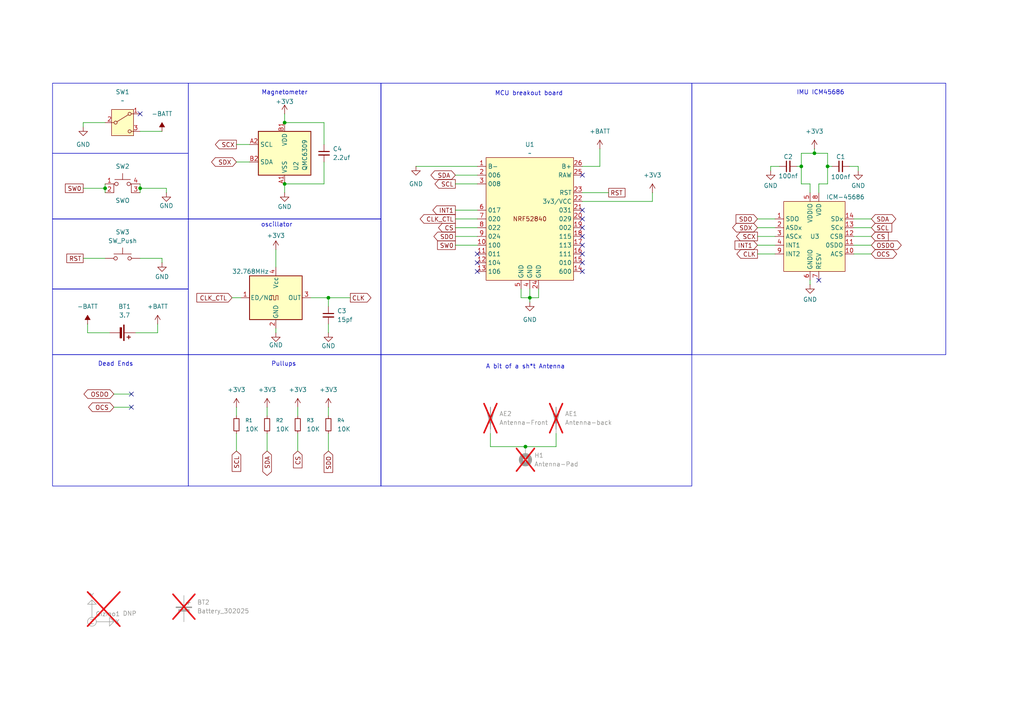
<source format=kicad_sch>
(kicad_sch
	(version 20250114)
	(generator "eeschema")
	(generator_version "9.0")
	(uuid "95168c8f-ea80-49b0-8f73-f32d7ec2a49f")
	(paper "A4")
	(lib_symbols
		(symbol "Device:Antenna"
			(pin_numbers
				(hide yes)
			)
			(pin_names
				(offset 1.016)
				(hide yes)
			)
			(exclude_from_sim no)
			(in_bom yes)
			(on_board yes)
			(property "Reference" "AE"
				(at -1.905 1.905 0)
				(effects
					(font
						(size 1.27 1.27)
					)
					(justify right)
				)
			)
			(property "Value" "Antenna"
				(at -1.905 0 0)
				(effects
					(font
						(size 1.27 1.27)
					)
					(justify right)
				)
			)
			(property "Footprint" ""
				(at 0 0 0)
				(effects
					(font
						(size 1.27 1.27)
					)
					(hide yes)
				)
			)
			(property "Datasheet" "~"
				(at 0 0 0)
				(effects
					(font
						(size 1.27 1.27)
					)
					(hide yes)
				)
			)
			(property "Description" "Antenna"
				(at 0 0 0)
				(effects
					(font
						(size 1.27 1.27)
					)
					(hide yes)
				)
			)
			(property "ki_keywords" "antenna"
				(at 0 0 0)
				(effects
					(font
						(size 1.27 1.27)
					)
					(hide yes)
				)
			)
			(symbol "Antenna_0_1"
				(polyline
					(pts
						(xy 0 2.54) (xy 0 -3.81)
					)
					(stroke
						(width 0.254)
						(type default)
					)
					(fill
						(type none)
					)
				)
				(polyline
					(pts
						(xy 1.27 2.54) (xy 0 -2.54) (xy -1.27 2.54)
					)
					(stroke
						(width 0.254)
						(type default)
					)
					(fill
						(type none)
					)
				)
			)
			(symbol "Antenna_1_1"
				(pin input line
					(at 0 -5.08 90)
					(length 2.54)
					(name "A"
						(effects
							(font
								(size 1.27 1.27)
							)
						)
					)
					(number "1"
						(effects
							(font
								(size 1.27 1.27)
							)
						)
					)
				)
			)
			(embedded_fonts no)
		)
		(symbol "Device:Battery_Cell"
			(pin_numbers
				(hide yes)
			)
			(pin_names
				(offset 0)
				(hide yes)
			)
			(exclude_from_sim no)
			(in_bom yes)
			(on_board yes)
			(property "Reference" "BT"
				(at 2.54 2.54 0)
				(effects
					(font
						(size 1.27 1.27)
					)
					(justify left)
				)
			)
			(property "Value" "Battery_Cell"
				(at 2.54 0 0)
				(effects
					(font
						(size 1.27 1.27)
					)
					(justify left)
				)
			)
			(property "Footprint" ""
				(at 0 1.524 90)
				(effects
					(font
						(size 1.27 1.27)
					)
					(hide yes)
				)
			)
			(property "Datasheet" "~"
				(at 0 1.524 90)
				(effects
					(font
						(size 1.27 1.27)
					)
					(hide yes)
				)
			)
			(property "Description" "Single-cell battery"
				(at 0 0 0)
				(effects
					(font
						(size 1.27 1.27)
					)
					(hide yes)
				)
			)
			(property "ki_keywords" "battery cell"
				(at 0 0 0)
				(effects
					(font
						(size 1.27 1.27)
					)
					(hide yes)
				)
			)
			(symbol "Battery_Cell_0_1"
				(rectangle
					(start -2.286 1.778)
					(end 2.286 1.524)
					(stroke
						(width 0)
						(type default)
					)
					(fill
						(type outline)
					)
				)
				(rectangle
					(start -1.524 1.016)
					(end 1.524 0.508)
					(stroke
						(width 0)
						(type default)
					)
					(fill
						(type outline)
					)
				)
				(polyline
					(pts
						(xy 0 1.778) (xy 0 2.54)
					)
					(stroke
						(width 0)
						(type default)
					)
					(fill
						(type none)
					)
				)
				(polyline
					(pts
						(xy 0 0.762) (xy 0 0)
					)
					(stroke
						(width 0)
						(type default)
					)
					(fill
						(type none)
					)
				)
				(polyline
					(pts
						(xy 0.762 3.048) (xy 1.778 3.048)
					)
					(stroke
						(width 0.254)
						(type default)
					)
					(fill
						(type none)
					)
				)
				(polyline
					(pts
						(xy 1.27 3.556) (xy 1.27 2.54)
					)
					(stroke
						(width 0.254)
						(type default)
					)
					(fill
						(type none)
					)
				)
			)
			(symbol "Battery_Cell_1_1"
				(pin passive line
					(at 0 5.08 270)
					(length 2.54)
					(name "+"
						(effects
							(font
								(size 1.27 1.27)
							)
						)
					)
					(number "1"
						(effects
							(font
								(size 1.27 1.27)
							)
						)
					)
				)
				(pin passive line
					(at 0 -2.54 90)
					(length 2.54)
					(name "-"
						(effects
							(font
								(size 1.27 1.27)
							)
						)
					)
					(number "2"
						(effects
							(font
								(size 1.27 1.27)
							)
						)
					)
				)
			)
			(embedded_fonts no)
		)
		(symbol "Device:C_Small"
			(pin_numbers
				(hide yes)
			)
			(pin_names
				(offset 0.254)
				(hide yes)
			)
			(exclude_from_sim no)
			(in_bom yes)
			(on_board yes)
			(property "Reference" "C"
				(at 0.254 1.778 0)
				(effects
					(font
						(size 1.27 1.27)
					)
					(justify left)
				)
			)
			(property "Value" "C_Small"
				(at 0.254 -2.032 0)
				(effects
					(font
						(size 1.27 1.27)
					)
					(justify left)
				)
			)
			(property "Footprint" ""
				(at 0 0 0)
				(effects
					(font
						(size 1.27 1.27)
					)
					(hide yes)
				)
			)
			(property "Datasheet" "~"
				(at 0 0 0)
				(effects
					(font
						(size 1.27 1.27)
					)
					(hide yes)
				)
			)
			(property "Description" "Unpolarized capacitor, small symbol"
				(at 0 0 0)
				(effects
					(font
						(size 1.27 1.27)
					)
					(hide yes)
				)
			)
			(property "ki_keywords" "capacitor cap"
				(at 0 0 0)
				(effects
					(font
						(size 1.27 1.27)
					)
					(hide yes)
				)
			)
			(property "ki_fp_filters" "C_*"
				(at 0 0 0)
				(effects
					(font
						(size 1.27 1.27)
					)
					(hide yes)
				)
			)
			(symbol "C_Small_0_1"
				(polyline
					(pts
						(xy -1.524 0.508) (xy 1.524 0.508)
					)
					(stroke
						(width 0.3048)
						(type default)
					)
					(fill
						(type none)
					)
				)
				(polyline
					(pts
						(xy -1.524 -0.508) (xy 1.524 -0.508)
					)
					(stroke
						(width 0.3302)
						(type default)
					)
					(fill
						(type none)
					)
				)
			)
			(symbol "C_Small_1_1"
				(pin passive line
					(at 0 2.54 270)
					(length 2.032)
					(name "~"
						(effects
							(font
								(size 1.27 1.27)
							)
						)
					)
					(number "1"
						(effects
							(font
								(size 1.27 1.27)
							)
						)
					)
				)
				(pin passive line
					(at 0 -2.54 90)
					(length 2.032)
					(name "~"
						(effects
							(font
								(size 1.27 1.27)
							)
						)
					)
					(number "2"
						(effects
							(font
								(size 1.27 1.27)
							)
						)
					)
				)
			)
			(embedded_fonts no)
		)
		(symbol "Device:R_Small"
			(pin_numbers
				(hide yes)
			)
			(pin_names
				(offset 0.254)
				(hide yes)
			)
			(exclude_from_sim no)
			(in_bom yes)
			(on_board yes)
			(property "Reference" "R"
				(at 0 0 90)
				(effects
					(font
						(size 1.016 1.016)
					)
				)
			)
			(property "Value" "R_Small"
				(at 1.778 0 90)
				(effects
					(font
						(size 1.27 1.27)
					)
				)
			)
			(property "Footprint" ""
				(at 0 0 0)
				(effects
					(font
						(size 1.27 1.27)
					)
					(hide yes)
				)
			)
			(property "Datasheet" "~"
				(at 0 0 0)
				(effects
					(font
						(size 1.27 1.27)
					)
					(hide yes)
				)
			)
			(property "Description" "Resistor, small symbol"
				(at 0 0 0)
				(effects
					(font
						(size 1.27 1.27)
					)
					(hide yes)
				)
			)
			(property "ki_keywords" "R resistor"
				(at 0 0 0)
				(effects
					(font
						(size 1.27 1.27)
					)
					(hide yes)
				)
			)
			(property "ki_fp_filters" "R_*"
				(at 0 0 0)
				(effects
					(font
						(size 1.27 1.27)
					)
					(hide yes)
				)
			)
			(symbol "R_Small_0_1"
				(rectangle
					(start -0.762 1.778)
					(end 0.762 -1.778)
					(stroke
						(width 0.2032)
						(type default)
					)
					(fill
						(type none)
					)
				)
			)
			(symbol "R_Small_1_1"
				(pin passive line
					(at 0 2.54 270)
					(length 0.762)
					(name "~"
						(effects
							(font
								(size 1.27 1.27)
							)
						)
					)
					(number "1"
						(effects
							(font
								(size 1.27 1.27)
							)
						)
					)
				)
				(pin passive line
					(at 0 -2.54 90)
					(length 0.762)
					(name "~"
						(effects
							(font
								(size 1.27 1.27)
							)
						)
					)
					(number "2"
						(effects
							(font
								(size 1.27 1.27)
							)
						)
					)
				)
			)
			(embedded_fonts no)
		)
		(symbol "Mechanical:MountingHole_Pad_MP"
			(pin_numbers
				(hide yes)
			)
			(pin_names
				(offset 1.016)
				(hide yes)
			)
			(exclude_from_sim no)
			(in_bom no)
			(on_board yes)
			(property "Reference" "H1"
				(at -2.54 -0.0001 0)
				(effects
					(font
						(size 1.27 1.27)
					)
					(justify right)
				)
			)
			(property "Value" "Antenna-Pad"
				(at -2.54 2.5399 0)
				(effects
					(font
						(size 1.27 1.27)
					)
					(justify right)
				)
			)
			(property "Footprint" "NLIME_Slimes:Antenna-Pad"
				(at 0 0 0)
				(effects
					(font
						(size 1.27 1.27)
					)
					(hide yes)
				)
			)
			(property "Datasheet" "~"
				(at 0 0 0)
				(effects
					(font
						(size 1.27 1.27)
					)
					(hide yes)
				)
			)
			(property "Description" "Mounting Hole with connection as pad named MP"
				(at 0 0 0)
				(effects
					(font
						(size 1.27 1.27)
					)
					(hide yes)
				)
			)
			(property "ki_keywords" "mounting hole"
				(at 0 0 0)
				(effects
					(font
						(size 1.27 1.27)
					)
					(hide yes)
				)
			)
			(property "ki_fp_filters" "MountingHole*Pad*"
				(at 0 0 0)
				(effects
					(font
						(size 1.27 1.27)
					)
					(hide yes)
				)
			)
			(symbol "MountingHole_Pad_MP_0_1"
				(circle
					(center 0 1.27)
					(radius 1.27)
					(stroke
						(width 1.27)
						(type default)
					)
					(fill
						(type none)
					)
				)
			)
			(symbol "MountingHole_Pad_MP_1_1"
				(pin input line
					(at 0 -2.54 90)
					(length 2.54)
					(name "MP"
						(effects
							(font
								(size 1.27 1.27)
							)
						)
					)
					(number "1"
						(effects
							(font
								(size 1.27 1.27)
							)
						)
					)
				)
			)
			(embedded_fonts no)
		)
		(symbol "NLIME_Slimes:1532H"
			(pin_names
				(offset 0.254)
			)
			(exclude_from_sim no)
			(in_bom yes)
			(on_board yes)
			(property "Reference" "Y"
				(at -7.62 7.366 0)
				(effects
					(font
						(size 1.27 1.27)
					)
					(justify left)
					(hide yes)
				)
			)
			(property "Value" "1532H"
				(at 1.27 -7.62 0)
				(effects
					(font
						(size 1.27 1.27)
					)
					(justify left)
				)
			)
			(property "Footprint" "NLIME_Slimes:Crystal_SMD_3225-4Pin_3.2x2.5mm"
				(at 0.254 -9.652 0)
				(effects
					(font
						(size 1.27 1.27)
					)
					(hide yes)
				)
			)
			(property "Datasheet" ""
				(at -4.064 9.144 0)
				(effects
					(font
						(size 1.27 1.27)
					)
					(hide yes)
				)
			)
			(property "Description" ""
				(at 0 0 0)
				(effects
					(font
						(size 1.27 1.27)
					)
					(hide yes)
				)
			)
			(property "ki_keywords" "Crystal Clock Oscillator"
				(at 0 0 0)
				(effects
					(font
						(size 1.27 1.27)
					)
					(hide yes)
				)
			)
			(property "ki_fp_filters" "Oscillator*SMD*SeikoEpson*SG210*2.5x2.0mm*"
				(at 0 0 0)
				(effects
					(font
						(size 1.27 1.27)
					)
					(hide yes)
				)
			)
			(symbol "1532H_0_1"
				(rectangle
					(start -7.62 6.35)
					(end 7.62 -6.35)
					(stroke
						(width 0.254)
						(type default)
					)
					(fill
						(type background)
					)
				)
				(polyline
					(pts
						(xy -1.905 -0.635) (xy -1.27 -0.635) (xy -1.27 0.635) (xy -0.635 0.635) (xy -0.635 -0.635) (xy 0 -0.635)
						(xy 0 0.635) (xy 0.635 0.635) (xy 0.635 -0.635)
					)
					(stroke
						(width 0)
						(type default)
					)
					(fill
						(type none)
					)
				)
			)
			(symbol "1532H_1_1"
				(pin input line
					(at -10.16 0 0)
					(length 2.54)
					(name "ED/NC"
						(effects
							(font
								(size 1.27 1.27)
							)
						)
					)
					(number "1"
						(effects
							(font
								(size 1.27 1.27)
							)
						)
					)
				)
				(pin power_in line
					(at 0 8.89 270)
					(length 2.54)
					(name "Vcc"
						(effects
							(font
								(size 1.27 1.27)
							)
						)
					)
					(number "4"
						(effects
							(font
								(size 1.27 1.27)
							)
						)
					)
				)
				(pin power_in line
					(at 0 -8.89 90)
					(length 2.54)
					(name "GND"
						(effects
							(font
								(size 1.27 1.27)
							)
						)
					)
					(number "2"
						(effects
							(font
								(size 1.27 1.27)
							)
						)
					)
				)
				(pin output line
					(at 10.16 0 180)
					(length 2.54)
					(name "OUT"
						(effects
							(font
								(size 1.27 1.27)
							)
						)
					)
					(number "3"
						(effects
							(font
								(size 1.27 1.27)
							)
						)
					)
				)
			)
			(embedded_fonts no)
		)
		(symbol "NLIME_Slimes:Battery_302025"
			(pin_numbers
				(hide yes)
			)
			(pin_names
				(offset 0)
				(hide yes)
			)
			(exclude_from_sim yes)
			(in_bom no)
			(on_board no)
			(property "Reference" "BT"
				(at 2.54 2.54 0)
				(effects
					(font
						(size 1.27 1.27)
					)
					(justify left)
				)
			)
			(property "Value" "Battery_302025"
				(at 2.54 0 0)
				(effects
					(font
						(size 1.27 1.27)
					)
					(justify left)
				)
			)
			(property "Footprint" ""
				(at 0 1.524 90)
				(effects
					(font
						(size 1.27 1.27)
					)
					(hide yes)
				)
			)
			(property "Datasheet" "~"
				(at 0 1.524 90)
				(effects
					(font
						(size 1.27 1.27)
					)
					(hide yes)
				)
			)
			(property "Description" "Single-cell battery"
				(at 0 0 0)
				(effects
					(font
						(size 1.27 1.27)
					)
					(hide yes)
				)
			)
			(property "ki_keywords" "battery cell"
				(at 0 0 0)
				(effects
					(font
						(size 1.27 1.27)
					)
					(hide yes)
				)
			)
			(symbol "Battery_302025_0_1"
				(rectangle
					(start -2.286 1.778)
					(end 2.286 1.524)
					(stroke
						(width 0)
						(type default)
					)
					(fill
						(type outline)
					)
				)
				(rectangle
					(start -1.524 1.016)
					(end 1.524 0.508)
					(stroke
						(width 0)
						(type default)
					)
					(fill
						(type outline)
					)
				)
				(polyline
					(pts
						(xy 0 1.778) (xy 0 2.54)
					)
					(stroke
						(width 0)
						(type default)
					)
					(fill
						(type none)
					)
				)
				(polyline
					(pts
						(xy 0 0.762) (xy 0 0)
					)
					(stroke
						(width 0)
						(type default)
					)
					(fill
						(type none)
					)
				)
				(polyline
					(pts
						(xy 0.762 3.048) (xy 1.778 3.048)
					)
					(stroke
						(width 0.254)
						(type default)
					)
					(fill
						(type none)
					)
				)
				(polyline
					(pts
						(xy 1.27 3.556) (xy 1.27 2.54)
					)
					(stroke
						(width 0.254)
						(type default)
					)
					(fill
						(type none)
					)
				)
			)
			(symbol "Battery_302025_1_1"
				(pin passive line
					(at 0 5.08 270)
					(length 2.54)
					(name "+"
						(effects
							(font
								(size 1.27 1.27)
							)
						)
					)
					(number "1"
						(effects
							(font
								(size 1.27 1.27)
							)
						)
					)
				)
				(pin passive line
					(at 0 -2.54 90)
					(length 2.54)
					(name "-"
						(effects
							(font
								(size 1.27 1.27)
							)
						)
					)
					(number "2"
						(effects
							(font
								(size 1.27 1.27)
							)
						)
					)
				)
			)
			(embedded_fonts no)
		)
		(symbol "NLIME_Slimes:Gizmo"
			(exclude_from_sim no)
			(in_bom yes)
			(on_board yes)
			(property "Reference" "Gizmo"
				(at 0 -2.032 0)
				(effects
					(font
						(size 1.27 1.27)
					)
				)
			)
			(property "Value" ""
				(at 0 0 0)
				(effects
					(font
						(size 1.27 1.27)
					)
				)
			)
			(property "Footprint" ""
				(at 0 0 0)
				(effects
					(font
						(size 1.27 1.27)
					)
					(hide yes)
				)
			)
			(property "Datasheet" ""
				(at 0 0 0)
				(effects
					(font
						(size 1.27 1.27)
					)
					(hide yes)
				)
			)
			(property "Description" ""
				(at 0 0 0)
				(effects
					(font
						(size 1.27 1.27)
					)
					(hide yes)
				)
			)
			(symbol "Gizmo_0_1"
				(polyline
					(pts
						(xy 0 1.27) (xy 0 6.35) (xy -1.27 5.08) (xy 1.27 5.08) (xy 0 6.35)
					)
					(stroke
						(width 0)
						(type default)
					)
					(fill
						(type none)
					)
				)
				(circle
					(center 0 0)
					(radius 1.27)
					(stroke
						(width 0)
						(type default)
					)
					(fill
						(type none)
					)
				)
				(polyline
					(pts
						(xy 1.27 0) (xy 6.35 0) (xy 5.08 1.27) (xy 5.08 -1.27) (xy 6.35 0)
					)
					(stroke
						(width 0)
						(type default)
					)
					(fill
						(type none)
					)
				)
			)
			(symbol "Gizmo_1_1"
				(text "Y"
					(at 0 7.62 0)
					(effects
						(font
							(size 1.27 1.27)
						)
					)
				)
				(text "Z"
					(at 0 0 0)
					(effects
						(font
							(size 1.27 1.27)
						)
					)
				)
				(text "X"
					(at 7.366 0 0)
					(effects
						(font
							(size 1.27 1.27)
						)
					)
				)
			)
			(embedded_fonts no)
		)
		(symbol "NLIME_Slimes:ICM-45686"
			(exclude_from_sim no)
			(in_bom yes)
			(on_board yes)
			(property "Reference" "U"
				(at 0 0 0)
				(effects
					(font
						(size 1.27 1.27)
					)
				)
			)
			(property "Value" ""
				(at 0 0 0)
				(effects
					(font
						(size 1.27 1.27)
					)
				)
			)
			(property "Footprint" ""
				(at 0 0 0)
				(effects
					(font
						(size 1.27 1.27)
					)
					(hide yes)
				)
			)
			(property "Datasheet" ""
				(at 0 0 0)
				(effects
					(font
						(size 1.27 1.27)
					)
					(hide yes)
				)
			)
			(property "Description" ""
				(at 0 0 0)
				(effects
					(font
						(size 1.27 1.27)
					)
					(hide yes)
				)
			)
			(symbol "ICM-45686_1_1"
				(rectangle
					(start -8.89 10.16)
					(end 8.89 -10.16)
					(stroke
						(width 0)
						(type default)
					)
					(fill
						(type background)
					)
				)
				(pin input line
					(at -11.43 5.08 0)
					(length 2.54)
					(name "SDO"
						(effects
							(font
								(size 1.27 1.27)
							)
						)
					)
					(number "1"
						(effects
							(font
								(size 1.27 1.27)
							)
						)
					)
				)
				(pin bidirectional line
					(at -11.43 2.54 0)
					(length 2.54)
					(name "ASDx"
						(effects
							(font
								(size 1.27 1.27)
							)
						)
					)
					(number "2"
						(effects
							(font
								(size 1.27 1.27)
							)
						)
					)
				)
				(pin input line
					(at -11.43 0 0)
					(length 2.54)
					(name "ASCx"
						(effects
							(font
								(size 1.27 1.27)
							)
						)
					)
					(number "3"
						(effects
							(font
								(size 1.27 1.27)
							)
						)
					)
				)
				(pin output line
					(at -11.43 -2.54 0)
					(length 2.54)
					(name "INT1"
						(effects
							(font
								(size 1.27 1.27)
							)
						)
					)
					(number "4"
						(effects
							(font
								(size 1.27 1.27)
							)
						)
					)
				)
				(pin bidirectional line
					(at -11.43 -5.08 0)
					(length 2.54)
					(name "INT2"
						(effects
							(font
								(size 1.27 1.27)
							)
						)
					)
					(number "9"
						(effects
							(font
								(size 1.27 1.27)
							)
						)
					)
				)
				(pin power_in line
					(at -1.27 12.7 270)
					(length 2.54)
					(name "VDDIO"
						(effects
							(font
								(size 1.27 1.27)
							)
						)
					)
					(number "5"
						(effects
							(font
								(size 1.27 1.27)
							)
						)
					)
				)
				(pin power_out line
					(at -1.27 -12.7 90)
					(length 2.54)
					(name "GNDIO"
						(effects
							(font
								(size 1.27 1.27)
							)
						)
					)
					(number "6"
						(effects
							(font
								(size 1.27 1.27)
							)
						)
					)
				)
				(pin power_in line
					(at 1.27 12.7 270)
					(length 2.54)
					(name "VDD"
						(effects
							(font
								(size 1.27 1.27)
							)
						)
					)
					(number "8"
						(effects
							(font
								(size 1.27 1.27)
							)
						)
					)
				)
				(pin input line
					(at 1.27 -12.7 90)
					(length 2.54)
					(name "RESV"
						(effects
							(font
								(size 1.27 1.27)
							)
						)
					)
					(number "7"
						(effects
							(font
								(size 1.27 1.27)
							)
						)
					)
				)
				(pin bidirectional line
					(at 11.43 5.08 180)
					(length 2.54)
					(name "SDx"
						(effects
							(font
								(size 1.27 1.27)
							)
						)
					)
					(number "14"
						(effects
							(font
								(size 1.27 1.27)
							)
						)
					)
				)
				(pin bidirectional line
					(at 11.43 2.54 180)
					(length 2.54)
					(name "SCx"
						(effects
							(font
								(size 1.27 1.27)
							)
						)
					)
					(number "13"
						(effects
							(font
								(size 1.27 1.27)
							)
						)
					)
				)
				(pin bidirectional line
					(at 11.43 0 180)
					(length 2.54)
					(name "CSB"
						(effects
							(font
								(size 1.27 1.27)
							)
						)
					)
					(number "12"
						(effects
							(font
								(size 1.27 1.27)
							)
						)
					)
				)
				(pin output line
					(at 11.43 -2.54 180)
					(length 2.54)
					(name "0SDO"
						(effects
							(font
								(size 1.27 1.27)
							)
						)
					)
					(number "11"
						(effects
							(font
								(size 1.27 1.27)
							)
						)
					)
				)
				(pin input line
					(at 11.43 -5.08 180)
					(length 2.54)
					(name "ACS"
						(effects
							(font
								(size 1.27 1.27)
							)
						)
					)
					(number "10"
						(effects
							(font
								(size 1.27 1.27)
							)
						)
					)
				)
			)
			(embedded_fonts no)
		)
		(symbol "NLIME_Slimes:NRF52840"
			(exclude_from_sim no)
			(in_bom yes)
			(on_board yes)
			(property "Reference" "U"
				(at 0 -2.286 0)
				(effects
					(font
						(size 1.27 1.27)
					)
				)
			)
			(property "Value" ""
				(at 0 19.812 0)
				(effects
					(font
						(size 1.27 1.27)
					)
				)
			)
			(property "Footprint" ""
				(at 0 19.812 0)
				(effects
					(font
						(size 1.27 1.27)
					)
					(hide yes)
				)
			)
			(property "Datasheet" ""
				(at 0 19.812 0)
				(effects
					(font
						(size 1.27 1.27)
					)
					(hide yes)
				)
			)
			(property "Description" ""
				(at 0 19.812 0)
				(effects
					(font
						(size 1.27 1.27)
					)
					(hide yes)
				)
			)
			(symbol "NRF52840_1_1"
				(rectangle
					(start -12.7 17.78)
					(end 12.7 -17.78)
					(stroke
						(width 0)
						(type solid)
					)
					(fill
						(type background)
					)
				)
				(text "NRF52840"
					(at 0 0 0)
					(effects
						(font
							(size 1.27 1.27)
						)
					)
				)
				(pin input line
					(at -15.24 15.24 0)
					(length 2.54)
					(name "B-"
						(effects
							(font
								(size 1.27 1.27)
							)
						)
					)
					(number "1"
						(effects
							(font
								(size 1.27 1.27)
							)
						)
					)
				)
				(pin tri_state line
					(at -15.24 12.7 0)
					(length 2.54)
					(name "006"
						(effects
							(font
								(size 1.27 1.27)
							)
						)
					)
					(number "2"
						(effects
							(font
								(size 1.27 1.27)
							)
						)
					)
				)
				(pin tri_state line
					(at -15.24 10.16 0)
					(length 2.54)
					(name "008"
						(effects
							(font
								(size 1.27 1.27)
							)
						)
					)
					(number "3"
						(effects
							(font
								(size 1.27 1.27)
							)
						)
					)
				)
				(pin tri_state line
					(at -15.24 2.54 0)
					(length 2.54)
					(name "017"
						(effects
							(font
								(size 1.27 1.27)
							)
						)
					)
					(number "6"
						(effects
							(font
								(size 1.27 1.27)
							)
						)
					)
				)
				(pin tri_state line
					(at -15.24 0 0)
					(length 2.54)
					(name "020"
						(effects
							(font
								(size 1.27 1.27)
							)
						)
					)
					(number "7"
						(effects
							(font
								(size 1.27 1.27)
							)
						)
					)
				)
				(pin tri_state line
					(at -15.24 -2.54 0)
					(length 2.54)
					(name "022"
						(effects
							(font
								(size 1.27 1.27)
							)
						)
					)
					(number "8"
						(effects
							(font
								(size 1.27 1.27)
							)
						)
					)
				)
				(pin tri_state line
					(at -15.24 -5.08 0)
					(length 2.54)
					(name "024"
						(effects
							(font
								(size 1.27 1.27)
							)
						)
					)
					(number "9"
						(effects
							(font
								(size 1.27 1.27)
							)
						)
					)
				)
				(pin tri_state line
					(at -15.24 -7.62 0)
					(length 2.54)
					(name "100"
						(effects
							(font
								(size 1.27 1.27)
							)
						)
					)
					(number "10"
						(effects
							(font
								(size 1.27 1.27)
							)
						)
					)
				)
				(pin tri_state line
					(at -15.24 -10.16 0)
					(length 2.54)
					(name "011"
						(effects
							(font
								(size 1.27 1.27)
							)
						)
					)
					(number "11"
						(effects
							(font
								(size 1.27 1.27)
							)
						)
					)
				)
				(pin tri_state line
					(at -15.24 -12.7 0)
					(length 2.54)
					(name "104"
						(effects
							(font
								(size 1.27 1.27)
							)
						)
					)
					(number "12"
						(effects
							(font
								(size 1.27 1.27)
							)
						)
					)
				)
				(pin tri_state line
					(at -15.24 -15.24 0)
					(length 2.54)
					(name "106"
						(effects
							(font
								(size 1.27 1.27)
							)
						)
					)
					(number "13"
						(effects
							(font
								(size 1.27 1.27)
							)
						)
					)
				)
				(pin power_in line
					(at -2.54 -20.32 90)
					(length 2.54)
					(name "GND"
						(effects
							(font
								(size 1.27 1.27)
							)
						)
					)
					(number "5"
						(effects
							(font
								(size 1.27 1.27)
							)
						)
					)
				)
				(pin power_in line
					(at 0 -20.32 90)
					(length 2.54)
					(name "GND"
						(effects
							(font
								(size 1.27 1.27)
							)
						)
					)
					(number "4"
						(effects
							(font
								(size 1.27 1.27)
							)
						)
					)
				)
				(pin power_in line
					(at 2.54 -20.32 90)
					(length 2.54)
					(name "GND"
						(effects
							(font
								(size 1.27 1.27)
							)
						)
					)
					(number "24"
						(effects
							(font
								(size 1.27 1.27)
							)
						)
					)
				)
				(pin input line
					(at 15.24 15.24 180)
					(length 2.54)
					(name "B+"
						(effects
							(font
								(size 1.27 1.27)
							)
						)
					)
					(number "26"
						(effects
							(font
								(size 1.27 1.27)
							)
						)
					)
				)
				(pin input line
					(at 15.24 12.7 180)
					(length 2.54)
					(name "RAW"
						(effects
							(font
								(size 1.27 1.27)
							)
						)
					)
					(number "25"
						(effects
							(font
								(size 1.27 1.27)
							)
						)
					)
				)
				(pin input line
					(at 15.24 7.62 180)
					(length 2.54)
					(name "RST"
						(effects
							(font
								(size 1.27 1.27)
							)
						)
					)
					(number "23"
						(effects
							(font
								(size 1.27 1.27)
							)
						)
					)
				)
				(pin power_out line
					(at 15.24 5.08 180)
					(length 2.54)
					(name "3v3/VCC"
						(effects
							(font
								(size 1.27 1.27)
							)
						)
					)
					(number "22"
						(effects
							(font
								(size 1.27 1.27)
							)
						)
					)
				)
				(pin tri_state line
					(at 15.24 2.54 180)
					(length 2.54)
					(name "031"
						(effects
							(font
								(size 1.27 1.27)
							)
						)
					)
					(number "21"
						(effects
							(font
								(size 1.27 1.27)
							)
						)
					)
				)
				(pin tri_state line
					(at 15.24 0 180)
					(length 2.54)
					(name "029"
						(effects
							(font
								(size 1.27 1.27)
							)
						)
					)
					(number "20"
						(effects
							(font
								(size 1.27 1.27)
							)
						)
					)
				)
				(pin tri_state line
					(at 15.24 -2.54 180)
					(length 2.54)
					(name "002"
						(effects
							(font
								(size 1.27 1.27)
							)
						)
					)
					(number "19"
						(effects
							(font
								(size 1.27 1.27)
							)
						)
					)
				)
				(pin tri_state line
					(at 15.24 -5.08 180)
					(length 2.54)
					(name "115"
						(effects
							(font
								(size 1.27 1.27)
							)
						)
					)
					(number "18"
						(effects
							(font
								(size 1.27 1.27)
							)
						)
					)
				)
				(pin tri_state line
					(at 15.24 -7.62 180)
					(length 2.54)
					(name "113"
						(effects
							(font
								(size 1.27 1.27)
							)
						)
					)
					(number "17"
						(effects
							(font
								(size 1.27 1.27)
							)
						)
					)
				)
				(pin tri_state line
					(at 15.24 -10.16 180)
					(length 2.54)
					(name "111"
						(effects
							(font
								(size 1.27 1.27)
							)
						)
					)
					(number "16"
						(effects
							(font
								(size 1.27 1.27)
							)
						)
					)
				)
				(pin tri_state line
					(at 15.24 -12.7 180)
					(length 2.54)
					(name "010"
						(effects
							(font
								(size 1.27 1.27)
							)
						)
					)
					(number "15"
						(effects
							(font
								(size 1.27 1.27)
							)
						)
					)
				)
				(pin tri_state line
					(at 15.24 -15.24 180)
					(length 2.54)
					(name "600"
						(effects
							(font
								(size 1.27 1.27)
							)
						)
					)
					(number "14"
						(effects
							(font
								(size 1.27 1.27)
							)
						)
					)
				)
			)
			(embedded_fonts no)
		)
		(symbol "NLIME_Slimes:QMC6309"
			(exclude_from_sim no)
			(in_bom yes)
			(on_board yes)
			(property "Reference" "U"
				(at -2.54 8.255 0)
				(effects
					(font
						(size 1.27 1.27)
					)
					(justify right top)
				)
			)
			(property "Value" "QMC6309"
				(at -2.54 6.35 0)
				(effects
					(font
						(size 1.27 1.27)
					)
					(justify right top)
				)
			)
			(property "Footprint" "NLIME_Slimes:WLP-4_0.86x0.86mm_P0.4mm"
				(at 1.27 -6.35 0)
				(effects
					(font
						(size 1.27 1.27)
					)
					(justify left)
					(hide yes)
				)
			)
			(property "Datasheet" ""
				(at -2.54 0 0)
				(effects
					(font
						(size 1.27 1.27)
					)
					(hide yes)
				)
			)
			(property "Description" "3-axis AMR Magnetometer, 30 G, I2C & I3C  Interface, 2mG RMS, WLP-4"
				(at 0 0 0)
				(effects
					(font
						(size 1.27 1.27)
					)
					(hide yes)
				)
			)
			(property "JLCPCB" "C5439871"
				(at 0 0 0)
				(effects
					(font
						(size 1.27 1.27)
					)
					(hide yes)
				)
			)
			(property "ki_keywords" "I2C I3C magnetic 3-axis sensor magnetometer AMR magnetoresistance"
				(at 0 0 0)
				(effects
					(font
						(size 1.27 1.27)
					)
					(hide yes)
				)
			)
			(property "ki_fp_filters" "WLP*0.86x0.86mm?P0.4mm*"
				(at 0 0 0)
				(effects
					(font
						(size 1.27 1.27)
					)
					(hide yes)
				)
			)
			(symbol "QMC6309_0_1"
				(rectangle
					(start -7.62 6.35)
					(end 7.62 -6.35)
					(stroke
						(width 0.254)
						(type default)
					)
					(fill
						(type background)
					)
				)
			)
			(symbol "QMC6309_1_1"
				(pin input line
					(at -10.16 2.54 0)
					(length 2.54)
					(name "SCL"
						(effects
							(font
								(size 1.27 1.27)
							)
						)
					)
					(number "A2"
						(effects
							(font
								(size 1.27 1.27)
							)
						)
					)
				)
				(pin bidirectional line
					(at -10.16 -2.54 0)
					(length 2.54)
					(name "SDA"
						(effects
							(font
								(size 1.27 1.27)
							)
						)
					)
					(number "B2"
						(effects
							(font
								(size 1.27 1.27)
							)
						)
					)
				)
				(pin power_in line
					(at 0 8.89 270)
					(length 2.54)
					(name "VDD"
						(effects
							(font
								(size 1.27 1.27)
							)
						)
					)
					(number "B1"
						(effects
							(font
								(size 1.27 1.27)
							)
						)
					)
				)
				(pin power_in line
					(at 0 -8.89 90)
					(length 2.54)
					(name "VSS"
						(effects
							(font
								(size 1.27 1.27)
							)
						)
					)
					(number "A1"
						(effects
							(font
								(size 1.27 1.27)
							)
						)
					)
				)
			)
			(embedded_fonts no)
		)
		(symbol "Switch:SW_MEC_5E"
			(pin_names
				(offset 1.016)
				(hide yes)
			)
			(exclude_from_sim no)
			(in_bom yes)
			(on_board yes)
			(property "Reference" "SW"
				(at 0.635 5.715 0)
				(effects
					(font
						(size 1.27 1.27)
					)
					(justify left)
				)
			)
			(property "Value" "SW_MEC_5E"
				(at 0 -3.175 0)
				(effects
					(font
						(size 1.27 1.27)
					)
				)
			)
			(property "Footprint" ""
				(at 0 7.62 0)
				(effects
					(font
						(size 1.27 1.27)
					)
					(hide yes)
				)
			)
			(property "Datasheet" "http://www.apem.com/int/index.php?controller=attachment&id_attachment=1371"
				(at 0 7.62 0)
				(effects
					(font
						(size 1.27 1.27)
					)
					(hide yes)
				)
			)
			(property "Description" "MEC 5E single pole normally-open tactile switch"
				(at 0 0 0)
				(effects
					(font
						(size 1.27 1.27)
					)
					(hide yes)
				)
			)
			(property "ki_keywords" "switch normally-open pushbutton push-button"
				(at 0 0 0)
				(effects
					(font
						(size 1.27 1.27)
					)
					(hide yes)
				)
			)
			(property "ki_fp_filters" "SW*MEC*5G*"
				(at 0 0 0)
				(effects
					(font
						(size 1.27 1.27)
					)
					(hide yes)
				)
			)
			(symbol "SW_MEC_5E_0_1"
				(polyline
					(pts
						(xy -2.54 0) (xy -2.54 2.54) (xy -2.286 2.54)
					)
					(stroke
						(width 0)
						(type default)
					)
					(fill
						(type none)
					)
				)
				(polyline
					(pts
						(xy -2.286 3.81) (xy 2.286 3.81)
					)
					(stroke
						(width 0)
						(type default)
					)
					(fill
						(type none)
					)
				)
				(circle
					(center -1.778 2.54)
					(radius 0.508)
					(stroke
						(width 0)
						(type default)
					)
					(fill
						(type none)
					)
				)
				(polyline
					(pts
						(xy 0 3.81) (xy 0 5.588)
					)
					(stroke
						(width 0)
						(type default)
					)
					(fill
						(type none)
					)
				)
				(circle
					(center 1.778 2.54)
					(radius 0.508)
					(stroke
						(width 0)
						(type default)
					)
					(fill
						(type none)
					)
				)
				(polyline
					(pts
						(xy 2.54 0) (xy 2.54 2.54) (xy 2.286 2.54)
					)
					(stroke
						(width 0)
						(type default)
					)
					(fill
						(type none)
					)
				)
				(pin passive line
					(at -5.08 2.54 0)
					(length 2.54)
					(name "1"
						(effects
							(font
								(size 1.27 1.27)
							)
						)
					)
					(number "1"
						(effects
							(font
								(size 1.27 1.27)
							)
						)
					)
				)
				(pin passive line
					(at -5.08 0 0)
					(length 2.54)
					(name "2"
						(effects
							(font
								(size 1.27 1.27)
							)
						)
					)
					(number "2"
						(effects
							(font
								(size 1.27 1.27)
							)
						)
					)
				)
				(pin passive line
					(at 5.08 2.54 180)
					(length 2.54)
					(name "A"
						(effects
							(font
								(size 1.27 1.27)
							)
						)
					)
					(number "4"
						(effects
							(font
								(size 1.27 1.27)
							)
						)
					)
				)
				(pin passive line
					(at 5.08 0 180)
					(length 2.54)
					(name "K"
						(effects
							(font
								(size 1.27 1.27)
							)
						)
					)
					(number "3"
						(effects
							(font
								(size 1.27 1.27)
							)
						)
					)
				)
			)
			(embedded_fonts no)
		)
		(symbol "Switch:SW_Push"
			(pin_numbers
				(hide yes)
			)
			(pin_names
				(offset 1.016)
				(hide yes)
			)
			(exclude_from_sim no)
			(in_bom yes)
			(on_board yes)
			(property "Reference" "SW"
				(at 1.27 2.54 0)
				(effects
					(font
						(size 1.27 1.27)
					)
					(justify left)
				)
			)
			(property "Value" "SW_Push"
				(at 0 -1.524 0)
				(effects
					(font
						(size 1.27 1.27)
					)
				)
			)
			(property "Footprint" ""
				(at 0 5.08 0)
				(effects
					(font
						(size 1.27 1.27)
					)
					(hide yes)
				)
			)
			(property "Datasheet" "~"
				(at 0 5.08 0)
				(effects
					(font
						(size 1.27 1.27)
					)
					(hide yes)
				)
			)
			(property "Description" "Push button switch, generic, two pins"
				(at 0 0 0)
				(effects
					(font
						(size 1.27 1.27)
					)
					(hide yes)
				)
			)
			(property "ki_keywords" "switch normally-open pushbutton push-button"
				(at 0 0 0)
				(effects
					(font
						(size 1.27 1.27)
					)
					(hide yes)
				)
			)
			(symbol "SW_Push_0_1"
				(circle
					(center -2.032 0)
					(radius 0.508)
					(stroke
						(width 0)
						(type default)
					)
					(fill
						(type none)
					)
				)
				(polyline
					(pts
						(xy 0 1.27) (xy 0 3.048)
					)
					(stroke
						(width 0)
						(type default)
					)
					(fill
						(type none)
					)
				)
				(circle
					(center 2.032 0)
					(radius 0.508)
					(stroke
						(width 0)
						(type default)
					)
					(fill
						(type none)
					)
				)
				(polyline
					(pts
						(xy 2.54 1.27) (xy -2.54 1.27)
					)
					(stroke
						(width 0)
						(type default)
					)
					(fill
						(type none)
					)
				)
				(pin passive line
					(at -5.08 0 0)
					(length 2.54)
					(name "1"
						(effects
							(font
								(size 1.27 1.27)
							)
						)
					)
					(number "1"
						(effects
							(font
								(size 1.27 1.27)
							)
						)
					)
				)
				(pin passive line
					(at 5.08 0 180)
					(length 2.54)
					(name "2"
						(effects
							(font
								(size 1.27 1.27)
							)
						)
					)
					(number "2"
						(effects
							(font
								(size 1.27 1.27)
							)
						)
					)
				)
			)
			(embedded_fonts no)
		)
		(symbol "Switch:SW_SPDT"
			(pin_names
				(offset 0)
				(hide yes)
			)
			(exclude_from_sim no)
			(in_bom yes)
			(on_board yes)
			(property "Reference" "SW"
				(at 0 5.08 0)
				(effects
					(font
						(size 1.27 1.27)
					)
				)
			)
			(property "Value" "SW_SPDT"
				(at 0 -5.08 0)
				(effects
					(font
						(size 1.27 1.27)
					)
				)
			)
			(property "Footprint" ""
				(at 0 0 0)
				(effects
					(font
						(size 1.27 1.27)
					)
					(hide yes)
				)
			)
			(property "Datasheet" "~"
				(at 0 -7.62 0)
				(effects
					(font
						(size 1.27 1.27)
					)
					(hide yes)
				)
			)
			(property "Description" "Switch, single pole double throw"
				(at 0 0 0)
				(effects
					(font
						(size 1.27 1.27)
					)
					(hide yes)
				)
			)
			(property "ki_keywords" "switch single-pole double-throw spdt ON-ON"
				(at 0 0 0)
				(effects
					(font
						(size 1.27 1.27)
					)
					(hide yes)
				)
			)
			(symbol "SW_SPDT_0_1"
				(circle
					(center -2.032 0)
					(radius 0.4572)
					(stroke
						(width 0)
						(type default)
					)
					(fill
						(type none)
					)
				)
				(polyline
					(pts
						(xy -1.651 0.254) (xy 1.651 2.286)
					)
					(stroke
						(width 0)
						(type default)
					)
					(fill
						(type none)
					)
				)
				(circle
					(center 2.032 2.54)
					(radius 0.4572)
					(stroke
						(width 0)
						(type default)
					)
					(fill
						(type none)
					)
				)
				(circle
					(center 2.032 -2.54)
					(radius 0.4572)
					(stroke
						(width 0)
						(type default)
					)
					(fill
						(type none)
					)
				)
			)
			(symbol "SW_SPDT_1_1"
				(rectangle
					(start -3.175 3.81)
					(end 3.175 -3.81)
					(stroke
						(width 0)
						(type default)
					)
					(fill
						(type background)
					)
				)
				(pin passive line
					(at -5.08 0 0)
					(length 2.54)
					(name "B"
						(effects
							(font
								(size 1.27 1.27)
							)
						)
					)
					(number "2"
						(effects
							(font
								(size 1.27 1.27)
							)
						)
					)
				)
				(pin passive line
					(at 5.08 2.54 180)
					(length 2.54)
					(name "A"
						(effects
							(font
								(size 1.27 1.27)
							)
						)
					)
					(number "1"
						(effects
							(font
								(size 1.27 1.27)
							)
						)
					)
				)
				(pin passive line
					(at 5.08 -2.54 180)
					(length 2.54)
					(name "C"
						(effects
							(font
								(size 1.27 1.27)
							)
						)
					)
					(number "3"
						(effects
							(font
								(size 1.27 1.27)
							)
						)
					)
				)
			)
			(embedded_fonts no)
		)
		(symbol "power:+3V3"
			(power)
			(pin_numbers
				(hide yes)
			)
			(pin_names
				(offset 0)
				(hide yes)
			)
			(exclude_from_sim no)
			(in_bom yes)
			(on_board yes)
			(property "Reference" "#PWR"
				(at 0 -3.81 0)
				(effects
					(font
						(size 1.27 1.27)
					)
					(hide yes)
				)
			)
			(property "Value" "+3V3"
				(at 0 3.556 0)
				(effects
					(font
						(size 1.27 1.27)
					)
				)
			)
			(property "Footprint" ""
				(at 0 0 0)
				(effects
					(font
						(size 1.27 1.27)
					)
					(hide yes)
				)
			)
			(property "Datasheet" ""
				(at 0 0 0)
				(effects
					(font
						(size 1.27 1.27)
					)
					(hide yes)
				)
			)
			(property "Description" "Power symbol creates a global label with name \"+3V3\""
				(at 0 0 0)
				(effects
					(font
						(size 1.27 1.27)
					)
					(hide yes)
				)
			)
			(property "ki_keywords" "global power"
				(at 0 0 0)
				(effects
					(font
						(size 1.27 1.27)
					)
					(hide yes)
				)
			)
			(symbol "+3V3_0_1"
				(polyline
					(pts
						(xy -0.762 1.27) (xy 0 2.54)
					)
					(stroke
						(width 0)
						(type default)
					)
					(fill
						(type none)
					)
				)
				(polyline
					(pts
						(xy 0 2.54) (xy 0.762 1.27)
					)
					(stroke
						(width 0)
						(type default)
					)
					(fill
						(type none)
					)
				)
				(polyline
					(pts
						(xy 0 0) (xy 0 2.54)
					)
					(stroke
						(width 0)
						(type default)
					)
					(fill
						(type none)
					)
				)
			)
			(symbol "+3V3_1_1"
				(pin power_in line
					(at 0 0 90)
					(length 0)
					(name "~"
						(effects
							(font
								(size 1.27 1.27)
							)
						)
					)
					(number "1"
						(effects
							(font
								(size 1.27 1.27)
							)
						)
					)
				)
			)
			(embedded_fonts no)
		)
		(symbol "power:+BATT"
			(power)
			(pin_numbers
				(hide yes)
			)
			(pin_names
				(offset 0)
				(hide yes)
			)
			(exclude_from_sim no)
			(in_bom yes)
			(on_board yes)
			(property "Reference" "#PWR"
				(at 0 -3.81 0)
				(effects
					(font
						(size 1.27 1.27)
					)
					(hide yes)
				)
			)
			(property "Value" "+BATT"
				(at 0 3.556 0)
				(effects
					(font
						(size 1.27 1.27)
					)
				)
			)
			(property "Footprint" ""
				(at 0 0 0)
				(effects
					(font
						(size 1.27 1.27)
					)
					(hide yes)
				)
			)
			(property "Datasheet" ""
				(at 0 0 0)
				(effects
					(font
						(size 1.27 1.27)
					)
					(hide yes)
				)
			)
			(property "Description" "Power symbol creates a global label with name \"+BATT\""
				(at 0 0 0)
				(effects
					(font
						(size 1.27 1.27)
					)
					(hide yes)
				)
			)
			(property "ki_keywords" "global power battery"
				(at 0 0 0)
				(effects
					(font
						(size 1.27 1.27)
					)
					(hide yes)
				)
			)
			(symbol "+BATT_0_1"
				(polyline
					(pts
						(xy -0.762 1.27) (xy 0 2.54)
					)
					(stroke
						(width 0)
						(type default)
					)
					(fill
						(type none)
					)
				)
				(polyline
					(pts
						(xy 0 2.54) (xy 0.762 1.27)
					)
					(stroke
						(width 0)
						(type default)
					)
					(fill
						(type none)
					)
				)
				(polyline
					(pts
						(xy 0 0) (xy 0 2.54)
					)
					(stroke
						(width 0)
						(type default)
					)
					(fill
						(type none)
					)
				)
			)
			(symbol "+BATT_1_1"
				(pin power_in line
					(at 0 0 90)
					(length 0)
					(name "~"
						(effects
							(font
								(size 1.27 1.27)
							)
						)
					)
					(number "1"
						(effects
							(font
								(size 1.27 1.27)
							)
						)
					)
				)
			)
			(embedded_fonts no)
		)
		(symbol "power:-BATT"
			(power)
			(pin_numbers
				(hide yes)
			)
			(pin_names
				(offset 0)
				(hide yes)
			)
			(exclude_from_sim no)
			(in_bom yes)
			(on_board yes)
			(property "Reference" "#PWR"
				(at 0 -3.81 0)
				(effects
					(font
						(size 1.27 1.27)
					)
					(hide yes)
				)
			)
			(property "Value" "-BATT"
				(at 0 3.556 0)
				(effects
					(font
						(size 1.27 1.27)
					)
				)
			)
			(property "Footprint" ""
				(at 0 0 0)
				(effects
					(font
						(size 1.27 1.27)
					)
					(hide yes)
				)
			)
			(property "Datasheet" ""
				(at 0 0 0)
				(effects
					(font
						(size 1.27 1.27)
					)
					(hide yes)
				)
			)
			(property "Description" "Power symbol creates a global label with name \"-BATT\""
				(at 0 0 0)
				(effects
					(font
						(size 1.27 1.27)
					)
					(hide yes)
				)
			)
			(property "ki_keywords" "global power battery"
				(at 0 0 0)
				(effects
					(font
						(size 1.27 1.27)
					)
					(hide yes)
				)
			)
			(symbol "-BATT_0_1"
				(polyline
					(pts
						(xy 0 0) (xy 0 2.54)
					)
					(stroke
						(width 0)
						(type default)
					)
					(fill
						(type none)
					)
				)
				(polyline
					(pts
						(xy 0.762 1.27) (xy -0.762 1.27) (xy 0 2.54) (xy 0.762 1.27)
					)
					(stroke
						(width 0)
						(type default)
					)
					(fill
						(type outline)
					)
				)
			)
			(symbol "-BATT_1_1"
				(pin power_in line
					(at 0 0 90)
					(length 0)
					(name "~"
						(effects
							(font
								(size 1.27 1.27)
							)
						)
					)
					(number "1"
						(effects
							(font
								(size 1.27 1.27)
							)
						)
					)
				)
			)
			(embedded_fonts no)
		)
		(symbol "power:GND"
			(power)
			(pin_numbers
				(hide yes)
			)
			(pin_names
				(offset 0)
				(hide yes)
			)
			(exclude_from_sim no)
			(in_bom yes)
			(on_board yes)
			(property "Reference" "#PWR"
				(at 0 -6.35 0)
				(effects
					(font
						(size 1.27 1.27)
					)
					(hide yes)
				)
			)
			(property "Value" "GND"
				(at 0 -3.81 0)
				(effects
					(font
						(size 1.27 1.27)
					)
				)
			)
			(property "Footprint" ""
				(at 0 0 0)
				(effects
					(font
						(size 1.27 1.27)
					)
					(hide yes)
				)
			)
			(property "Datasheet" ""
				(at 0 0 0)
				(effects
					(font
						(size 1.27 1.27)
					)
					(hide yes)
				)
			)
			(property "Description" "Power symbol creates a global label with name \"GND\" , ground"
				(at 0 0 0)
				(effects
					(font
						(size 1.27 1.27)
					)
					(hide yes)
				)
			)
			(property "ki_keywords" "global power"
				(at 0 0 0)
				(effects
					(font
						(size 1.27 1.27)
					)
					(hide yes)
				)
			)
			(symbol "GND_0_1"
				(polyline
					(pts
						(xy 0 0) (xy 0 -1.27) (xy 1.27 -1.27) (xy 0 -2.54) (xy -1.27 -1.27) (xy 0 -1.27)
					)
					(stroke
						(width 0)
						(type default)
					)
					(fill
						(type none)
					)
				)
			)
			(symbol "GND_1_1"
				(pin power_in line
					(at 0 0 270)
					(length 0)
					(name "~"
						(effects
							(font
								(size 1.27 1.27)
							)
						)
					)
					(number "1"
						(effects
							(font
								(size 1.27 1.27)
							)
						)
					)
				)
			)
			(embedded_fonts no)
		)
	)
	(rectangle
		(start 110.49 102.87)
		(end 200.66 140.97)
		(stroke
			(width 0)
			(type default)
		)
		(fill
			(type none)
		)
		(uuid 0f8232d3-b71b-4d6d-9b41-c57da0df3736)
	)
	(rectangle
		(start 15.24 24.13)
		(end 54.61 44.45)
		(stroke
			(width 0)
			(type default)
		)
		(fill
			(type none)
		)
		(uuid 3c077ca2-2ea1-47f0-81db-0a2ead0584a5)
	)
	(rectangle
		(start 15.24 44.45)
		(end 54.61 63.5)
		(stroke
			(width 0)
			(type default)
		)
		(fill
			(type none)
		)
		(uuid 4848d92d-f3e9-46e9-b870-4622a85778bf)
	)
	(rectangle
		(start 15.24 102.87)
		(end 54.61 140.97)
		(stroke
			(width 0)
			(type default)
		)
		(fill
			(type none)
		)
		(uuid 4d918fa2-99f1-4be2-b792-fa056d785acd)
	)
	(rectangle
		(start 15.24 63.5)
		(end 54.61 83.82)
		(stroke
			(width 0)
			(type default)
		)
		(fill
			(type none)
		)
		(uuid a7265c02-c54c-4d14-8155-b26e0465e66d)
	)
	(rectangle
		(start 54.61 24.13)
		(end 110.49 63.5)
		(stroke
			(width 0)
			(type default)
		)
		(fill
			(type none)
		)
		(uuid ae5420ed-ce79-4f48-bea1-d6b4792586e3)
	)
	(rectangle
		(start 54.61 63.5)
		(end 110.49 102.87)
		(stroke
			(width 0)
			(type default)
		)
		(fill
			(type none)
		)
		(uuid b318c3cb-8e98-4ca9-ad6a-dc885f815681)
	)
	(rectangle
		(start 54.61 102.87)
		(end 110.49 140.97)
		(stroke
			(width 0)
			(type default)
		)
		(fill
			(type none)
		)
		(uuid d11ae82c-619a-4387-b61a-385a1f42c625)
	)
	(rectangle
		(start 200.66 24.13)
		(end 274.32 102.87)
		(stroke
			(width 0)
			(type default)
		)
		(fill
			(type none)
		)
		(uuid e843dc0d-23b6-4cfc-9989-e971921b8092)
	)
	(rectangle
		(start 110.49 24.13)
		(end 200.66 102.87)
		(stroke
			(width 0)
			(type default)
		)
		(fill
			(type none)
		)
		(uuid ed71f8c7-0851-4e29-99f2-45e9989acd8d)
	)
	(rectangle
		(start 15.24 83.82)
		(end 54.61 102.87)
		(stroke
			(width 0)
			(type default)
		)
		(fill
			(type none)
		)
		(uuid f62e328a-b569-443d-8cf9-284530e4c73d)
	)
	(text "MCU breakout board"
		(exclude_from_sim no)
		(at 153.416 27.178 0)
		(effects
			(font
				(size 1.27 1.27)
			)
		)
		(uuid "181cc4e2-c331-475b-b635-24a403c11273")
	)
	(text "oscillator"
		(exclude_from_sim no)
		(at 80.264 65.278 0)
		(effects
			(font
				(size 1.27 1.27)
			)
		)
		(uuid "37f9afe1-ea10-4bf9-94d7-778674c7c090")
	)
	(text "Pullups"
		(exclude_from_sim no)
		(at 82.296 105.664 0)
		(effects
			(font
				(size 1.27 1.27)
			)
		)
		(uuid "38a81307-0729-4fc7-946d-6f4244e8e246")
	)
	(text "IMU ICM45686"
		(exclude_from_sim no)
		(at 237.998 26.924 0)
		(effects
			(font
				(size 1.27 1.27)
			)
		)
		(uuid "46c7783e-02d0-4e68-95f8-31dace78f55f")
	)
	(text "A bit of a sh*t Antenna"
		(exclude_from_sim no)
		(at 152.4 106.426 0)
		(effects
			(font
				(size 1.27 1.27)
			)
		)
		(uuid "6c8af29e-d7ee-4a1e-bbb4-b0f7008ec9f8")
	)
	(text "Dead Ends"
		(exclude_from_sim no)
		(at 33.528 105.664 0)
		(effects
			(font
				(size 1.27 1.27)
			)
		)
		(uuid "aec6fe95-ab9b-4b91-a5ee-0cf7354b0463")
	)
	(text "Magnetometer"
		(exclude_from_sim no)
		(at 82.55 26.924 0)
		(effects
			(font
				(size 1.27 1.27)
			)
		)
		(uuid "bc62b0a8-5b57-4eb7-ac37-b4da4d7915e4")
	)
	(junction
		(at 232.41 48.26)
		(diameter 0)
		(color 0 0 0 0)
		(uuid "12288682-ef96-46f9-946a-30d64f437176")
	)
	(junction
		(at 82.55 53.34)
		(diameter 0)
		(color 0 0 0 0)
		(uuid "2ebf18b6-863c-4626-895b-9444f3de6001")
	)
	(junction
		(at 236.22 44.45)
		(diameter 0)
		(color 0 0 0 0)
		(uuid "392d2c04-06a6-4283-acdb-66f1a7d8791d")
	)
	(junction
		(at 40.64 54.61)
		(diameter 0)
		(color 0 0 0 0)
		(uuid "4647eff6-6504-48d6-ad96-53bc6ba929e6")
	)
	(junction
		(at 240.03 48.26)
		(diameter 0)
		(color 0 0 0 0)
		(uuid "57031f64-cc7f-4d5f-a50c-4de449fffadc")
	)
	(junction
		(at 82.55 35.56)
		(diameter 0)
		(color 0 0 0 0)
		(uuid "835baa7e-2d70-44b6-87ee-481d689ce632")
	)
	(junction
		(at 30.48 54.61)
		(diameter 0)
		(color 0 0 0 0)
		(uuid "890504af-4df7-4128-a3e5-40e43bcdabd8")
	)
	(junction
		(at 152.4 129.54)
		(diameter 0)
		(color 0 0 0 0)
		(uuid "bd2eb0ea-1f57-4b74-a9da-16e2ae77d117")
	)
	(junction
		(at 153.67 86.36)
		(diameter 0)
		(color 0 0 0 0)
		(uuid "c8b03f00-8d7f-4c43-93eb-7e9f56ccb1b7")
	)
	(junction
		(at 95.25 86.36)
		(diameter 0)
		(color 0 0 0 0)
		(uuid "dc00f86f-c15a-4517-bf5d-654339ee66c5")
	)
	(no_connect
		(at 38.1 118.11)
		(uuid "1dc18bea-b17c-4ba1-b2fc-27cbdce1a415")
	)
	(no_connect
		(at 40.64 33.02)
		(uuid "1fa554a7-ef9a-4f49-9ce4-11d03984147b")
	)
	(no_connect
		(at 138.43 76.2)
		(uuid "32ec6bf4-01c0-4229-b9c5-703a7f0db464")
	)
	(no_connect
		(at 138.43 73.66)
		(uuid "461c3e6b-f83e-4819-bca8-3e8f108f0967")
	)
	(no_connect
		(at 168.91 63.5)
		(uuid "659aadd0-5e45-4b84-9ac0-8f0560583dff")
	)
	(no_connect
		(at 168.91 50.8)
		(uuid "728f5bdb-a1f5-49aa-962a-8577d28bf1f9")
	)
	(no_connect
		(at 168.91 68.58)
		(uuid "7ae2e271-0478-45d9-9af0-9b35748d40bd")
	)
	(no_connect
		(at 237.49 81.28)
		(uuid "7bc94a2e-9be3-4f74-b813-4157f4bea196")
	)
	(no_connect
		(at 168.91 76.2)
		(uuid "96e2a41f-32eb-4476-afab-0cae67866c02")
	)
	(no_connect
		(at 38.1 114.3)
		(uuid "9d94e808-e124-41e2-a7a1-0674adafb6bc")
	)
	(no_connect
		(at 168.91 60.96)
		(uuid "a92c1380-2e95-46fe-9d26-8f5c9d0ce517")
	)
	(no_connect
		(at 138.43 78.74)
		(uuid "aeba376e-e3f5-470e-bbd4-c13cab853ba0")
	)
	(no_connect
		(at 168.91 73.66)
		(uuid "aff4a599-074f-42f6-b574-480c9cb23b96")
	)
	(no_connect
		(at 168.91 66.04)
		(uuid "ba5228c2-fff3-4de8-b934-8695d988fcfc")
	)
	(no_connect
		(at 168.91 78.74)
		(uuid "c68485ba-2b3a-4855-a9d8-e3eb0b9ad4c5")
	)
	(no_connect
		(at 168.91 71.12)
		(uuid "d284a51d-45ca-4353-979d-153ccb29e072")
	)
	(wire
		(pts
			(xy 234.95 55.88) (xy 234.95 53.34)
		)
		(stroke
			(width 0)
			(type default)
		)
		(uuid "035a5344-5d0d-4ace-87c0-6f39d43c9954")
	)
	(wire
		(pts
			(xy 24.13 74.93) (xy 30.48 74.93)
		)
		(stroke
			(width 0)
			(type default)
		)
		(uuid "06b8bd3f-c28c-45cb-b97e-7cd4009f18d0")
	)
	(wire
		(pts
			(xy 93.98 35.56) (xy 93.98 41.91)
		)
		(stroke
			(width 0)
			(type default)
		)
		(uuid "0754b453-5193-4b49-9d26-79b1bd64c581")
	)
	(wire
		(pts
			(xy 40.64 38.1) (xy 46.99 38.1)
		)
		(stroke
			(width 0)
			(type default)
		)
		(uuid "089bcb94-9fec-42a0-b239-cff60a130755")
	)
	(wire
		(pts
			(xy 161.29 129.54) (xy 161.29 125.73)
		)
		(stroke
			(width 0)
			(type default)
		)
		(uuid "0a42a907-b7a8-40b4-957f-9a855421ab4e")
	)
	(wire
		(pts
			(xy 46.99 74.93) (xy 46.99 76.2)
		)
		(stroke
			(width 0)
			(type default)
		)
		(uuid "0e7220b9-215d-4911-acaf-12757a9341bd")
	)
	(wire
		(pts
			(xy 236.22 44.45) (xy 240.03 44.45)
		)
		(stroke
			(width 0)
			(type default)
		)
		(uuid "0f9d918b-f0ba-4b29-a84b-a53b8561b980")
	)
	(wire
		(pts
			(xy 247.65 73.66) (xy 252.73 73.66)
		)
		(stroke
			(width 0)
			(type default)
		)
		(uuid "10c8574e-8bbd-4059-91c5-b29034f0117a")
	)
	(wire
		(pts
			(xy 132.08 60.96) (xy 138.43 60.96)
		)
		(stroke
			(width 0)
			(type default)
		)
		(uuid "137c43dd-a0a5-47c7-b770-a9c05b157ddd")
	)
	(wire
		(pts
			(xy 46.99 74.93) (xy 40.64 74.93)
		)
		(stroke
			(width 0)
			(type default)
		)
		(uuid "13c20575-dd93-437d-8a1b-8d0505d53303")
	)
	(wire
		(pts
			(xy 39.37 96.52) (xy 45.72 96.52)
		)
		(stroke
			(width 0)
			(type default)
		)
		(uuid "16363b0a-2198-4e00-a967-bbe2676bad35")
	)
	(wire
		(pts
			(xy 48.26 54.61) (xy 48.26 55.88)
		)
		(stroke
			(width 0)
			(type default)
		)
		(uuid "16eb9821-c859-421b-9b41-b0fee711845b")
	)
	(wire
		(pts
			(xy 234.95 81.28) (xy 234.95 82.55)
		)
		(stroke
			(width 0)
			(type default)
		)
		(uuid "19b505af-afc3-4f1e-88be-d2bd6588437f")
	)
	(wire
		(pts
			(xy 219.71 66.04) (xy 224.79 66.04)
		)
		(stroke
			(width 0)
			(type default)
		)
		(uuid "1b07dc4a-a665-4b95-aefa-a8906381f8cc")
	)
	(wire
		(pts
			(xy 132.08 66.04) (xy 138.43 66.04)
		)
		(stroke
			(width 0)
			(type default)
		)
		(uuid "1db60750-053d-4530-a3d1-f8f969d2b080")
	)
	(wire
		(pts
			(xy 33.02 118.11) (xy 38.1 118.11)
		)
		(stroke
			(width 0)
			(type default)
		)
		(uuid "2018c2d2-749b-44e6-9514-25a510c42947")
	)
	(wire
		(pts
			(xy 95.25 93.98) (xy 95.25 96.52)
		)
		(stroke
			(width 0)
			(type default)
		)
		(uuid "264586a8-a45e-4afe-b1f9-db8919b6b45e")
	)
	(wire
		(pts
			(xy 219.71 63.5) (xy 224.79 63.5)
		)
		(stroke
			(width 0)
			(type default)
		)
		(uuid "27b1a6a3-f30c-457c-b403-f89158a97bcb")
	)
	(wire
		(pts
			(xy 223.52 48.26) (xy 223.52 49.53)
		)
		(stroke
			(width 0)
			(type default)
		)
		(uuid "2996fabd-c631-4efe-ac45-5d07c359b712")
	)
	(wire
		(pts
			(xy 151.13 86.36) (xy 153.67 86.36)
		)
		(stroke
			(width 0)
			(type default)
		)
		(uuid "32d361e9-e351-4682-8113-14375a1f5685")
	)
	(wire
		(pts
			(xy 241.3 48.26) (xy 240.03 48.26)
		)
		(stroke
			(width 0)
			(type default)
		)
		(uuid "33e93f8c-b163-4d50-95f5-e67048c34875")
	)
	(wire
		(pts
			(xy 30.48 54.61) (xy 30.48 55.88)
		)
		(stroke
			(width 0)
			(type default)
		)
		(uuid "352c6981-146d-4e7c-ad92-1554b573419f")
	)
	(wire
		(pts
			(xy 132.08 68.58) (xy 138.43 68.58)
		)
		(stroke
			(width 0)
			(type default)
		)
		(uuid "392946d1-e1a8-4f6d-ac5f-e2f02b1dc431")
	)
	(wire
		(pts
			(xy 246.38 48.26) (xy 248.92 48.26)
		)
		(stroke
			(width 0)
			(type default)
		)
		(uuid "39889a73-0099-45b9-b649-f9b882077cea")
	)
	(wire
		(pts
			(xy 247.65 63.5) (xy 252.73 63.5)
		)
		(stroke
			(width 0)
			(type default)
		)
		(uuid "3b7fab17-3ec6-4eab-acde-7753c42c609e")
	)
	(wire
		(pts
			(xy 219.71 68.58) (xy 224.79 68.58)
		)
		(stroke
			(width 0)
			(type default)
		)
		(uuid "3cd9eb1e-9744-4378-ba2c-d19057484a80")
	)
	(wire
		(pts
			(xy 247.65 66.04) (xy 252.73 66.04)
		)
		(stroke
			(width 0)
			(type default)
		)
		(uuid "4067e907-fcb5-4589-a9e7-b05ec36a69ff")
	)
	(wire
		(pts
			(xy 142.24 129.54) (xy 142.24 125.73)
		)
		(stroke
			(width 0)
			(type default)
		)
		(uuid "41d75877-ed2b-4ae8-9824-9cdbddb987b2")
	)
	(wire
		(pts
			(xy 232.41 48.26) (xy 232.41 44.45)
		)
		(stroke
			(width 0)
			(type default)
		)
		(uuid "42885259-067f-4e09-920b-fb29ff90be27")
	)
	(wire
		(pts
			(xy 153.67 86.36) (xy 153.67 87.63)
		)
		(stroke
			(width 0)
			(type default)
		)
		(uuid "4315d932-4586-4564-9353-ade628a7b909")
	)
	(wire
		(pts
			(xy 24.13 35.56) (xy 30.48 35.56)
		)
		(stroke
			(width 0)
			(type default)
		)
		(uuid "48184461-2439-4c7c-b596-45c7430777ac")
	)
	(wire
		(pts
			(xy 82.55 35.56) (xy 93.98 35.56)
		)
		(stroke
			(width 0)
			(type default)
		)
		(uuid "489dacff-f757-4a28-961f-000a8947c528")
	)
	(wire
		(pts
			(xy 77.47 118.11) (xy 77.47 120.65)
		)
		(stroke
			(width 0)
			(type default)
		)
		(uuid "48a489aa-4f1b-437d-93eb-4cb297858811")
	)
	(wire
		(pts
			(xy 189.23 58.42) (xy 189.23 55.88)
		)
		(stroke
			(width 0)
			(type default)
		)
		(uuid "4b6146a4-7dbd-421d-bd73-ba88062f343e")
	)
	(wire
		(pts
			(xy 168.91 55.88) (xy 176.53 55.88)
		)
		(stroke
			(width 0)
			(type default)
		)
		(uuid "4c5e4f82-dae2-40ee-bd24-6bca093c9264")
	)
	(wire
		(pts
			(xy 86.36 125.73) (xy 86.36 130.81)
		)
		(stroke
			(width 0)
			(type default)
		)
		(uuid "4d724400-31e3-46ca-9211-ed348793760a")
	)
	(wire
		(pts
			(xy 234.95 53.34) (xy 232.41 53.34)
		)
		(stroke
			(width 0)
			(type default)
		)
		(uuid "4f61297a-aa94-42d8-84bb-44e239a1ba77")
	)
	(wire
		(pts
			(xy 240.03 48.26) (xy 240.03 53.34)
		)
		(stroke
			(width 0)
			(type default)
		)
		(uuid "50f66b86-2f68-4cee-acaf-9134051e8fb6")
	)
	(wire
		(pts
			(xy 93.98 53.34) (xy 93.98 46.99)
		)
		(stroke
			(width 0)
			(type default)
		)
		(uuid "510f9b5a-4723-4e27-8e9a-f26ec1da31ba")
	)
	(wire
		(pts
			(xy 68.58 125.73) (xy 68.58 130.81)
		)
		(stroke
			(width 0)
			(type default)
		)
		(uuid "52fafcf0-f4da-48d5-933e-4000a4a89daf")
	)
	(wire
		(pts
			(xy 173.99 48.26) (xy 173.99 43.18)
		)
		(stroke
			(width 0)
			(type default)
		)
		(uuid "54ae9878-4c58-4a1b-ba60-68a7058f1901")
	)
	(wire
		(pts
			(xy 236.22 43.18) (xy 236.22 44.45)
		)
		(stroke
			(width 0)
			(type default)
		)
		(uuid "5c2edda7-8900-4de3-9ed7-afface795b8e")
	)
	(wire
		(pts
			(xy 40.64 54.61) (xy 48.26 54.61)
		)
		(stroke
			(width 0)
			(type default)
		)
		(uuid "5e25e37e-1df4-4b3e-8c5f-f492103a5bd8")
	)
	(wire
		(pts
			(xy 77.47 125.73) (xy 77.47 130.81)
		)
		(stroke
			(width 0)
			(type default)
		)
		(uuid "5e9ca231-fcb3-4371-bea2-ebc3e6d7d6e9")
	)
	(wire
		(pts
			(xy 240.03 44.45) (xy 240.03 48.26)
		)
		(stroke
			(width 0)
			(type default)
		)
		(uuid "5f0729b1-dd44-4e32-bf1c-931afc87df87")
	)
	(wire
		(pts
			(xy 120.65 48.26) (xy 138.43 48.26)
		)
		(stroke
			(width 0)
			(type default)
		)
		(uuid "60308463-4a2f-4834-8f26-9ed42d25ef08")
	)
	(wire
		(pts
			(xy 132.08 53.34) (xy 138.43 53.34)
		)
		(stroke
			(width 0)
			(type default)
		)
		(uuid "60b3dc09-8b85-4ea4-9210-6a36b2448811")
	)
	(wire
		(pts
			(xy 168.91 48.26) (xy 173.99 48.26)
		)
		(stroke
			(width 0)
			(type default)
		)
		(uuid "6323c155-2fa6-46b5-8096-3d9ead9486ec")
	)
	(wire
		(pts
			(xy 237.49 53.34) (xy 240.03 53.34)
		)
		(stroke
			(width 0)
			(type default)
		)
		(uuid "6e14cf5d-27ca-41af-a5a7-ca8b17c14951")
	)
	(wire
		(pts
			(xy 80.01 95.25) (xy 80.01 96.52)
		)
		(stroke
			(width 0)
			(type default)
		)
		(uuid "6f60c4e2-40b3-4d66-9549-4adc08ab3cc3")
	)
	(wire
		(pts
			(xy 95.25 86.36) (xy 101.6 86.36)
		)
		(stroke
			(width 0)
			(type default)
		)
		(uuid "73e73b42-897e-4e80-ab44-6eea4ce684ca")
	)
	(wire
		(pts
			(xy 132.08 71.12) (xy 138.43 71.12)
		)
		(stroke
			(width 0)
			(type default)
		)
		(uuid "78569da1-11e7-433c-b6d1-62e434df3925")
	)
	(wire
		(pts
			(xy 45.72 96.52) (xy 45.72 93.98)
		)
		(stroke
			(width 0)
			(type default)
		)
		(uuid "78b35d8f-2e03-46ad-ab6c-51dad1392b10")
	)
	(wire
		(pts
			(xy 82.55 53.34) (xy 93.98 53.34)
		)
		(stroke
			(width 0)
			(type default)
		)
		(uuid "815b7c45-8a39-49db-b3ff-f3f9586d4551")
	)
	(wire
		(pts
			(xy 82.55 33.02) (xy 82.55 35.56)
		)
		(stroke
			(width 0)
			(type default)
		)
		(uuid "81ea5f28-d164-4b1a-928c-5049329cb222")
	)
	(wire
		(pts
			(xy 80.01 72.39) (xy 80.01 77.47)
		)
		(stroke
			(width 0)
			(type default)
		)
		(uuid "84817247-21c9-4832-aa98-959d7df0e195")
	)
	(wire
		(pts
			(xy 132.08 63.5) (xy 138.43 63.5)
		)
		(stroke
			(width 0)
			(type default)
		)
		(uuid "84e8c9a6-f018-45f1-baf7-dfff0128ec69")
	)
	(wire
		(pts
			(xy 237.49 55.88) (xy 237.49 53.34)
		)
		(stroke
			(width 0)
			(type default)
		)
		(uuid "8b62170c-ee58-4d14-b008-48e45256ab41")
	)
	(wire
		(pts
			(xy 219.71 73.66) (xy 224.79 73.66)
		)
		(stroke
			(width 0)
			(type default)
		)
		(uuid "8d2b3c1e-285a-4ff2-8fb7-5091770c3727")
	)
	(wire
		(pts
			(xy 95.25 118.11) (xy 95.25 120.65)
		)
		(stroke
			(width 0)
			(type default)
		)
		(uuid "8d764812-7b01-48b5-a797-7e0188d1650a")
	)
	(wire
		(pts
			(xy 68.58 118.11) (xy 68.58 120.65)
		)
		(stroke
			(width 0)
			(type default)
		)
		(uuid "8e2237fa-62c5-47bf-b951-b1d88f7819c8")
	)
	(wire
		(pts
			(xy 90.17 86.36) (xy 95.25 86.36)
		)
		(stroke
			(width 0)
			(type default)
		)
		(uuid "91ffa6f1-1b2a-4fab-85f9-72e2a7ed5320")
	)
	(wire
		(pts
			(xy 247.65 68.58) (xy 252.73 68.58)
		)
		(stroke
			(width 0)
			(type default)
		)
		(uuid "9669652a-fc92-4d63-9b0c-5d228f91c351")
	)
	(wire
		(pts
			(xy 40.64 53.34) (xy 40.64 54.61)
		)
		(stroke
			(width 0)
			(type default)
		)
		(uuid "96e76d48-d021-40d6-b42e-df105e7f7196")
	)
	(wire
		(pts
			(xy 95.25 125.73) (xy 95.25 130.81)
		)
		(stroke
			(width 0)
			(type default)
		)
		(uuid "9e484537-daea-4902-81ad-932e750ff2cb")
	)
	(wire
		(pts
			(xy 95.25 86.36) (xy 95.25 88.9)
		)
		(stroke
			(width 0)
			(type default)
		)
		(uuid "9e658fd0-0bd0-4643-aa59-a7db635a5af6")
	)
	(wire
		(pts
			(xy 152.4 129.54) (xy 161.29 129.54)
		)
		(stroke
			(width 0)
			(type default)
		)
		(uuid "9ef3671c-4306-446e-af16-b592b5b72543")
	)
	(wire
		(pts
			(xy 248.92 48.26) (xy 248.92 49.53)
		)
		(stroke
			(width 0)
			(type default)
		)
		(uuid "a406a132-aca8-4654-9b33-7e38bb45486b")
	)
	(wire
		(pts
			(xy 223.52 48.26) (xy 226.06 48.26)
		)
		(stroke
			(width 0)
			(type default)
		)
		(uuid "a47e15b3-91b3-4319-a970-39b749979161")
	)
	(wire
		(pts
			(xy 68.58 46.99) (xy 72.39 46.99)
		)
		(stroke
			(width 0)
			(type default)
		)
		(uuid "a5da3c29-b5ee-4e12-9525-6b01b71e69f9")
	)
	(wire
		(pts
			(xy 132.08 50.8) (xy 138.43 50.8)
		)
		(stroke
			(width 0)
			(type default)
		)
		(uuid "a7053516-e16f-476d-b9dd-0ba245d9c944")
	)
	(wire
		(pts
			(xy 232.41 44.45) (xy 236.22 44.45)
		)
		(stroke
			(width 0)
			(type default)
		)
		(uuid "aedeec6a-7d8c-4592-b632-2c5260d73cf6")
	)
	(wire
		(pts
			(xy 156.21 86.36) (xy 156.21 83.82)
		)
		(stroke
			(width 0)
			(type default)
		)
		(uuid "b05daf6f-790c-4bd3-944b-6265e5bdc294")
	)
	(wire
		(pts
			(xy 247.65 71.12) (xy 252.73 71.12)
		)
		(stroke
			(width 0)
			(type default)
		)
		(uuid "b3494894-8c8c-4ca8-875f-bd1b46589fa9")
	)
	(wire
		(pts
			(xy 68.58 41.91) (xy 72.39 41.91)
		)
		(stroke
			(width 0)
			(type default)
		)
		(uuid "b9de7290-745c-4be6-b4b0-24646fb8e8c0")
	)
	(wire
		(pts
			(xy 82.55 53.34) (xy 82.55 55.88)
		)
		(stroke
			(width 0)
			(type default)
		)
		(uuid "c3ae6b73-578d-4d25-9385-7cf2fb983fc7")
	)
	(wire
		(pts
			(xy 231.14 48.26) (xy 232.41 48.26)
		)
		(stroke
			(width 0)
			(type default)
		)
		(uuid "c52d06f2-8666-41b0-b3ce-087766685cf9")
	)
	(wire
		(pts
			(xy 153.67 83.82) (xy 153.67 86.36)
		)
		(stroke
			(width 0)
			(type default)
		)
		(uuid "d2665931-458c-4db9-9ffa-173bd6648d78")
	)
	(wire
		(pts
			(xy 67.31 86.36) (xy 69.85 86.36)
		)
		(stroke
			(width 0)
			(type default)
		)
		(uuid "d8b238c4-f809-4b89-bf52-392d76bc399b")
	)
	(wire
		(pts
			(xy 153.67 86.36) (xy 156.21 86.36)
		)
		(stroke
			(width 0)
			(type default)
		)
		(uuid "daca8ea2-6d12-4001-b85c-9c0ac3792538")
	)
	(wire
		(pts
			(xy 151.13 83.82) (xy 151.13 86.36)
		)
		(stroke
			(width 0)
			(type default)
		)
		(uuid "dd045a3d-67af-43d3-80f5-9df36c1d8704")
	)
	(wire
		(pts
			(xy 24.13 35.56) (xy 24.13 36.83)
		)
		(stroke
			(width 0)
			(type default)
		)
		(uuid "e3a098d6-a7bb-4eba-b035-feaf37525638")
	)
	(wire
		(pts
			(xy 168.91 58.42) (xy 189.23 58.42)
		)
		(stroke
			(width 0)
			(type default)
		)
		(uuid "e59a7164-212b-4dbe-ac7c-cfa61a3719c6")
	)
	(wire
		(pts
			(xy 25.4 96.52) (xy 31.75 96.52)
		)
		(stroke
			(width 0)
			(type default)
		)
		(uuid "e6db8f25-59cd-4ee4-94fb-8995198ef8bf")
	)
	(wire
		(pts
			(xy 219.71 71.12) (xy 224.79 71.12)
		)
		(stroke
			(width 0)
			(type default)
		)
		(uuid "e73f5b22-f089-45c3-8a67-df4f9a203c9d")
	)
	(wire
		(pts
			(xy 152.4 129.54) (xy 142.24 129.54)
		)
		(stroke
			(width 0)
			(type default)
		)
		(uuid "e80c145e-45c5-47e4-ad84-1cdf4d569e1a")
	)
	(wire
		(pts
			(xy 25.4 93.98) (xy 25.4 96.52)
		)
		(stroke
			(width 0)
			(type default)
		)
		(uuid "e912be6b-5b7e-4196-8ba5-1dc78af70a42")
	)
	(wire
		(pts
			(xy 33.02 114.3) (xy 38.1 114.3)
		)
		(stroke
			(width 0)
			(type default)
		)
		(uuid "eb27cd00-d790-44b1-8f53-55cee06b7394")
	)
	(wire
		(pts
			(xy 40.64 54.61) (xy 40.64 55.88)
		)
		(stroke
			(width 0)
			(type default)
		)
		(uuid "ec3e8c7e-2ff3-4516-87db-9c29fa7204e9")
	)
	(wire
		(pts
			(xy 86.36 118.11) (xy 86.36 120.65)
		)
		(stroke
			(width 0)
			(type default)
		)
		(uuid "efd965dd-1659-4746-b87f-839e5f5c15f1")
	)
	(wire
		(pts
			(xy 24.13 54.61) (xy 30.48 54.61)
		)
		(stroke
			(width 0)
			(type default)
		)
		(uuid "f07a8cae-6916-4544-be8f-d9313bf68218")
	)
	(wire
		(pts
			(xy 30.48 53.34) (xy 30.48 54.61)
		)
		(stroke
			(width 0)
			(type default)
		)
		(uuid "f604a68b-608f-4e1b-a82b-cb4919811af4")
	)
	(wire
		(pts
			(xy 232.41 48.26) (xy 232.41 53.34)
		)
		(stroke
			(width 0)
			(type default)
		)
		(uuid "f63b0d0b-8cd9-48e4-a31a-56742fc02a2b")
	)
	(global_label "SCX"
		(shape output)
		(at 68.58 41.91 180)
		(fields_autoplaced yes)
		(effects
			(font
				(size 1.27 1.27)
			)
			(justify right)
		)
		(uuid "04fa4f18-faa6-4ade-b4af-012a153acb41")
		(property "Intersheetrefs" "${INTERSHEET_REFS}"
			(at 61.9058 41.91 0)
			(effects
				(font
					(size 1.27 1.27)
				)
				(justify right)
				(hide yes)
			)
		)
	)
	(global_label "SDO"
		(shape input)
		(at 95.25 130.81 270)
		(fields_autoplaced yes)
		(effects
			(font
				(size 1.27 1.27)
			)
			(justify right)
		)
		(uuid "0857006b-6964-4505-b02a-054ede5414e1")
		(property "Intersheetrefs" "${INTERSHEET_REFS}"
			(at 95.25 137.6052 90)
			(effects
				(font
					(size 1.27 1.27)
				)
				(justify right)
				(hide yes)
			)
		)
	)
	(global_label "SCL"
		(shape input)
		(at 252.73 66.04 0)
		(fields_autoplaced yes)
		(effects
			(font
				(size 1.27 1.27)
			)
			(justify left)
		)
		(uuid "08af60f0-a662-47fa-96db-5d53d6d20991")
		(property "Intersheetrefs" "${INTERSHEET_REFS}"
			(at 259.2228 66.04 0)
			(effects
				(font
					(size 1.27 1.27)
				)
				(justify left)
				(hide yes)
			)
		)
	)
	(global_label "SDA"
		(shape bidirectional)
		(at 132.08 50.8 180)
		(fields_autoplaced yes)
		(effects
			(font
				(size 1.27 1.27)
			)
			(justify right)
		)
		(uuid "1bc3b71a-ff1d-4051-b5ed-286ced878192")
		(property "Intersheetrefs" "${INTERSHEET_REFS}"
			(at 124.4154 50.8 0)
			(effects
				(font
					(size 1.27 1.27)
				)
				(justify right)
				(hide yes)
			)
		)
	)
	(global_label "SDX"
		(shape bidirectional)
		(at 219.71 66.04 180)
		(fields_autoplaced yes)
		(effects
			(font
				(size 1.27 1.27)
			)
			(justify right)
		)
		(uuid "1bf2f6fe-01ad-47e1-a10d-bfafb4810d52")
		(property "Intersheetrefs" "${INTERSHEET_REFS}"
			(at 211.9245 66.04 0)
			(effects
				(font
					(size 1.27 1.27)
				)
				(justify right)
				(hide yes)
			)
		)
	)
	(global_label "CLK"
		(shape output)
		(at 101.6 86.36 0)
		(fields_autoplaced yes)
		(effects
			(font
				(size 1.27 1.27)
			)
			(justify left)
		)
		(uuid "1c221b32-24f3-4b62-8e5b-838db3733181")
		(property "Intersheetrefs" "${INTERSHEET_REFS}"
			(at 108.1533 86.36 0)
			(effects
				(font
					(size 1.27 1.27)
				)
				(justify left)
				(hide yes)
			)
		)
	)
	(global_label "CLK"
		(shape output)
		(at 219.71 73.66 180)
		(fields_autoplaced yes)
		(effects
			(font
				(size 1.27 1.27)
			)
			(justify right)
		)
		(uuid "22a9b451-9bd9-4316-b243-6a53d068ac6a")
		(property "Intersheetrefs" "${INTERSHEET_REFS}"
			(at 213.1567 73.66 0)
			(effects
				(font
					(size 1.27 1.27)
				)
				(justify right)
				(hide yes)
			)
		)
	)
	(global_label "INT1"
		(shape input)
		(at 219.71 71.12 180)
		(fields_autoplaced yes)
		(effects
			(font
				(size 1.27 1.27)
			)
			(justify right)
		)
		(uuid "2652ce54-a41f-4ea7-a840-902dbf18f336")
		(property "Intersheetrefs" "${INTERSHEET_REFS}"
			(at 212.6124 71.12 0)
			(effects
				(font
					(size 1.27 1.27)
				)
				(justify right)
				(hide yes)
			)
		)
	)
	(global_label "SCL"
		(shape output)
		(at 132.08 53.34 180)
		(fields_autoplaced yes)
		(effects
			(font
				(size 1.27 1.27)
			)
			(justify right)
		)
		(uuid "2bbc6e5f-470e-4479-bb28-cc7f6c4ba4b8")
		(property "Intersheetrefs" "${INTERSHEET_REFS}"
			(at 125.5872 53.34 0)
			(effects
				(font
					(size 1.27 1.27)
				)
				(justify right)
				(hide yes)
			)
		)
	)
	(global_label "SW0"
		(shape passive)
		(at 132.08 71.12 180)
		(fields_autoplaced yes)
		(effects
			(font
				(size 1.27 1.27)
			)
			(justify right)
		)
		(uuid "3963e463-6e90-45f3-8175-ec0a5eb46e2a")
		(property "Intersheetrefs" "${INTERSHEET_REFS}"
			(at 126.3357 71.12 0)
			(effects
				(font
					(size 1.27 1.27)
				)
				(justify right)
				(hide yes)
			)
		)
	)
	(global_label "SDO"
		(shape input)
		(at 219.71 63.5 180)
		(fields_autoplaced yes)
		(effects
			(font
				(size 1.27 1.27)
			)
			(justify right)
		)
		(uuid "4636b5b9-568c-4637-8280-f2bffe4ec01e")
		(property "Intersheetrefs" "${INTERSHEET_REFS}"
			(at 212.9148 63.5 0)
			(effects
				(font
					(size 1.27 1.27)
				)
				(justify right)
				(hide yes)
			)
		)
	)
	(global_label "OSDO"
		(shape bidirectional)
		(at 252.73 71.12 0)
		(fields_autoplaced yes)
		(effects
			(font
				(size 1.27 1.27)
			)
			(justify left)
		)
		(uuid "4d13ff89-12e1-4bd3-828a-889657a4046a")
		(property "Intersheetrefs" "${INTERSHEET_REFS}"
			(at 261.967 71.12 0)
			(effects
				(font
					(size 1.27 1.27)
				)
				(justify left)
				(hide yes)
			)
		)
	)
	(global_label "SDX"
		(shape bidirectional)
		(at 68.58 46.99 180)
		(fields_autoplaced yes)
		(effects
			(font
				(size 1.27 1.27)
			)
			(justify right)
		)
		(uuid "4ff74b56-7ccd-49c4-8b95-05d14458947d")
		(property "Intersheetrefs" "${INTERSHEET_REFS}"
			(at 60.7945 46.99 0)
			(effects
				(font
					(size 1.27 1.27)
				)
				(justify right)
				(hide yes)
			)
		)
	)
	(global_label "OSDO"
		(shape bidirectional)
		(at 33.02 114.3 180)
		(fields_autoplaced yes)
		(effects
			(font
				(size 1.27 1.27)
			)
			(justify right)
		)
		(uuid "68cfe39d-f2fa-4316-a035-d83f089bb003")
		(property "Intersheetrefs" "${INTERSHEET_REFS}"
			(at 23.783 114.3 0)
			(effects
				(font
					(size 1.27 1.27)
				)
				(justify right)
				(hide yes)
			)
		)
	)
	(global_label "CLK_CTL"
		(shape output)
		(at 132.08 63.5 180)
		(fields_autoplaced yes)
		(effects
			(font
				(size 1.27 1.27)
			)
			(justify right)
		)
		(uuid "6d4c0bf5-0f04-4331-81f0-586cd7aaf66c")
		(property "Intersheetrefs" "${INTERSHEET_REFS}"
			(at 121.2934 63.5 0)
			(effects
				(font
					(size 1.27 1.27)
				)
				(justify right)
				(hide yes)
			)
		)
	)
	(global_label "INT1"
		(shape output)
		(at 132.08 60.96 180)
		(fields_autoplaced yes)
		(effects
			(font
				(size 1.27 1.27)
			)
			(justify right)
		)
		(uuid "828e5ed4-f54b-4660-81a9-0c4814e243dd")
		(property "Intersheetrefs" "${INTERSHEET_REFS}"
			(at 124.9824 60.96 0)
			(effects
				(font
					(size 1.27 1.27)
				)
				(justify right)
				(hide yes)
			)
		)
	)
	(global_label "OCS"
		(shape bidirectional)
		(at 33.02 118.11 180)
		(fields_autoplaced yes)
		(effects
			(font
				(size 1.27 1.27)
			)
			(justify right)
		)
		(uuid "8a4beb0f-6930-45b8-b2a3-7c9532579b60")
		(property "Intersheetrefs" "${INTERSHEET_REFS}"
			(at 25.1135 118.11 0)
			(effects
				(font
					(size 1.27 1.27)
				)
				(justify right)
				(hide yes)
			)
		)
	)
	(global_label "CS"
		(shape input)
		(at 252.73 68.58 0)
		(fields_autoplaced yes)
		(effects
			(font
				(size 1.27 1.27)
			)
			(justify left)
		)
		(uuid "8c8f2e9b-d027-45c9-a9c1-66a384bfbd74")
		(property "Intersheetrefs" "${INTERSHEET_REFS}"
			(at 258.1947 68.58 0)
			(effects
				(font
					(size 1.27 1.27)
				)
				(justify left)
				(hide yes)
			)
		)
	)
	(global_label "SDA"
		(shape bidirectional)
		(at 77.47 130.81 270)
		(fields_autoplaced yes)
		(effects
			(font
				(size 1.27 1.27)
			)
			(justify right)
		)
		(uuid "8e14cfee-0bef-46ce-92b8-3dc9525e01c7")
		(property "Intersheetrefs" "${INTERSHEET_REFS}"
			(at 77.47 138.4746 90)
			(effects
				(font
					(size 1.27 1.27)
				)
				(justify right)
				(hide yes)
			)
		)
	)
	(global_label "CLK_CTL"
		(shape input)
		(at 67.31 86.36 180)
		(fields_autoplaced yes)
		(effects
			(font
				(size 1.27 1.27)
			)
			(justify right)
		)
		(uuid "8ec03689-91fd-435d-9c44-2cd6662cecbc")
		(property "Intersheetrefs" "${INTERSHEET_REFS}"
			(at 56.5234 86.36 0)
			(effects
				(font
					(size 1.27 1.27)
				)
				(justify right)
				(hide yes)
			)
		)
	)
	(global_label "SCL"
		(shape input)
		(at 68.58 130.81 270)
		(fields_autoplaced yes)
		(effects
			(font
				(size 1.27 1.27)
			)
			(justify right)
		)
		(uuid "9159bf1d-c08c-4041-8606-af3ecf70be99")
		(property "Intersheetrefs" "${INTERSHEET_REFS}"
			(at 68.58 137.3028 90)
			(effects
				(font
					(size 1.27 1.27)
				)
				(justify right)
				(hide yes)
			)
		)
	)
	(global_label "RST"
		(shape passive)
		(at 176.53 55.88 0)
		(fields_autoplaced yes)
		(effects
			(font
				(size 1.27 1.27)
			)
			(justify left)
		)
		(uuid "9a2c8e5a-1f3a-42b7-831c-977de1440edd")
		(property "Intersheetrefs" "${INTERSHEET_REFS}"
			(at 181.851 55.88 0)
			(effects
				(font
					(size 1.27 1.27)
				)
				(justify left)
				(hide yes)
			)
		)
	)
	(global_label "RST"
		(shape passive)
		(at 24.13 74.93 180)
		(fields_autoplaced yes)
		(effects
			(font
				(size 1.27 1.27)
			)
			(justify right)
		)
		(uuid "b2a8c07f-8603-499f-a932-2977c17e4131")
		(property "Intersheetrefs" "${INTERSHEET_REFS}"
			(at 18.809 74.93 0)
			(effects
				(font
					(size 1.27 1.27)
				)
				(justify right)
				(hide yes)
			)
		)
	)
	(global_label "CS"
		(shape output)
		(at 132.08 66.04 180)
		(fields_autoplaced yes)
		(effects
			(font
				(size 1.27 1.27)
			)
			(justify right)
		)
		(uuid "c88eb82d-b190-4c30-bd9e-5588146d3063")
		(property "Intersheetrefs" "${INTERSHEET_REFS}"
			(at 126.6153 66.04 0)
			(effects
				(font
					(size 1.27 1.27)
				)
				(justify right)
				(hide yes)
			)
		)
	)
	(global_label "SDO"
		(shape output)
		(at 132.08 68.58 180)
		(fields_autoplaced yes)
		(effects
			(font
				(size 1.27 1.27)
			)
			(justify right)
		)
		(uuid "c986dd21-e900-4ef6-b52a-2e36328e2884")
		(property "Intersheetrefs" "${INTERSHEET_REFS}"
			(at 125.2848 68.58 0)
			(effects
				(font
					(size 1.27 1.27)
				)
				(justify right)
				(hide yes)
			)
		)
	)
	(global_label "SW0"
		(shape passive)
		(at 24.13 54.61 180)
		(fields_autoplaced yes)
		(effects
			(font
				(size 1.27 1.27)
			)
			(justify right)
		)
		(uuid "d3b88d61-aada-4e4c-9aa4-a2b20d79401d")
		(property "Intersheetrefs" "${INTERSHEET_REFS}"
			(at 18.3857 54.61 0)
			(effects
				(font
					(size 1.27 1.27)
				)
				(justify right)
				(hide yes)
			)
		)
	)
	(global_label "SCX"
		(shape output)
		(at 219.71 68.58 180)
		(fields_autoplaced yes)
		(effects
			(font
				(size 1.27 1.27)
			)
			(justify right)
		)
		(uuid "d74580d4-b847-4c44-8e37-af93e5c2e37f")
		(property "Intersheetrefs" "${INTERSHEET_REFS}"
			(at 213.0358 68.58 0)
			(effects
				(font
					(size 1.27 1.27)
				)
				(justify right)
				(hide yes)
			)
		)
	)
	(global_label "OCS"
		(shape bidirectional)
		(at 252.73 73.66 0)
		(fields_autoplaced yes)
		(effects
			(font
				(size 1.27 1.27)
			)
			(justify left)
		)
		(uuid "d8cb043b-1664-490a-b78f-034e548266ea")
		(property "Intersheetrefs" "${INTERSHEET_REFS}"
			(at 260.6365 73.66 0)
			(effects
				(font
					(size 1.27 1.27)
				)
				(justify left)
				(hide yes)
			)
		)
	)
	(global_label "CS"
		(shape input)
		(at 86.36 130.81 270)
		(fields_autoplaced yes)
		(effects
			(font
				(size 1.27 1.27)
			)
			(justify right)
		)
		(uuid "e0fbeb21-4094-4cd4-8959-11f34ffc3264")
		(property "Intersheetrefs" "${INTERSHEET_REFS}"
			(at 86.36 136.2747 90)
			(effects
				(font
					(size 1.27 1.27)
				)
				(justify right)
				(hide yes)
			)
		)
	)
	(global_label "SDA"
		(shape bidirectional)
		(at 252.73 63.5 0)
		(fields_autoplaced yes)
		(effects
			(font
				(size 1.27 1.27)
			)
			(justify left)
		)
		(uuid "ebc3ba24-9f53-4cef-8ae2-c2b812211911")
		(property "Intersheetrefs" "${INTERSHEET_REFS}"
			(at 260.3946 63.5 0)
			(effects
				(font
					(size 1.27 1.27)
				)
				(justify left)
				(hide yes)
			)
		)
	)
	(symbol
		(lib_id "Device:R_Small")
		(at 95.25 123.19 0)
		(unit 1)
		(exclude_from_sim no)
		(in_bom yes)
		(on_board yes)
		(dnp no)
		(fields_autoplaced yes)
		(uuid "03d37728-282f-4a3f-8d96-3843c50e7096")
		(property "Reference" "R4"
			(at 97.79 121.9199 0)
			(effects
				(font
					(size 1.016 1.016)
				)
				(justify left)
			)
		)
		(property "Value" "10K"
			(at 97.79 124.4599 0)
			(effects
				(font
					(size 1.27 1.27)
				)
				(justify left)
			)
		)
		(property "Footprint" "NLIME_Slimes:R_0402_NOD"
			(at 95.25 123.19 0)
			(effects
				(font
					(size 1.27 1.27)
				)
				(hide yes)
			)
		)
		(property "Datasheet" "~"
			(at 95.25 123.19 0)
			(effects
				(font
					(size 1.27 1.27)
				)
				(hide yes)
			)
		)
		(property "Description" "Resistor, small symbol"
			(at 95.25 123.19 0)
			(effects
				(font
					(size 1.27 1.27)
				)
				(hide yes)
			)
		)
		(property "LCSC" "C25744"
			(at 95.25 123.19 0)
			(effects
				(font
					(size 1.27 1.27)
				)
				(hide yes)
			)
		)
		(pin "1"
			(uuid "6c5d09d7-60f0-4cec-bf10-4d0c47e6474f")
		)
		(pin "2"
			(uuid "c80c43d9-e6c9-4bb7-ae7d-88ca064acf44")
		)
		(instances
			(project ""
				(path "/95168c8f-ea80-49b0-8f73-f32d7ec2a49f"
					(reference "R4")
					(unit 1)
				)
			)
		)
	)
	(symbol
		(lib_id "NLIME_Slimes:QMC6309")
		(at 82.55 44.45 0)
		(unit 1)
		(exclude_from_sim no)
		(in_bom yes)
		(on_board yes)
		(dnp no)
		(uuid "0bd3b032-3bac-4ca1-96d1-22dd94916026")
		(property "Reference" "U2"
			(at 85.852 49.53 90)
			(effects
				(font
					(size 1.27 1.27)
				)
				(justify left)
			)
		)
		(property "Value" "QMC6309"
			(at 88.392 49.53 90)
			(effects
				(font
					(size 1.27 1.27)
				)
				(justify left)
			)
		)
		(property "Footprint" "NLIME_Slimes:WLP-4_0.86x0.86mm_P0.4mm"
			(at 83.82 50.8 0)
			(effects
				(font
					(size 1.27 1.27)
				)
				(justify left)
				(hide yes)
			)
		)
		(property "Datasheet" ""
			(at 80.01 44.45 0)
			(effects
				(font
					(size 1.27 1.27)
				)
				(hide yes)
			)
		)
		(property "Description" "3-axis AMR Magnetometer, 30 G, I2C & I3C  Interface, 2mG RMS, WLP-4"
			(at 82.55 44.45 0)
			(effects
				(font
					(size 1.27 1.27)
				)
				(hide yes)
			)
		)
		(property "LCSC" "C5439871"
			(at 82.55 44.45 0)
			(effects
				(font
					(size 1.27 1.27)
				)
				(hide yes)
			)
		)
		(pin "A1"
			(uuid "dafb9a59-fe8e-4e4c-9f9a-099d1c5ae429")
		)
		(pin "A2"
			(uuid "a3fa387b-821c-46a4-b228-435a65e711f1")
		)
		(pin "B2"
			(uuid "0d129235-7bb6-4dc6-9e88-5441eda7b75d")
		)
		(pin "B1"
			(uuid "4b93d591-208e-45ff-9a53-eac71db016b5")
		)
		(instances
			(project ""
				(path "/95168c8f-ea80-49b0-8f73-f32d7ec2a49f"
					(reference "U2")
					(unit 1)
				)
			)
		)
	)
	(symbol
		(lib_id "power:GND")
		(at 80.01 96.52 0)
		(unit 1)
		(exclude_from_sim no)
		(in_bom yes)
		(on_board yes)
		(dnp no)
		(uuid "0e60d462-5837-4225-8fb2-8b669f74c0f1")
		(property "Reference" "#PWR022"
			(at 80.01 102.87 0)
			(effects
				(font
					(size 1.27 1.27)
				)
				(hide yes)
			)
		)
		(property "Value" "GND"
			(at 80.01 100.076 0)
			(effects
				(font
					(size 1.27 1.27)
				)
			)
		)
		(property "Footprint" ""
			(at 80.01 96.52 0)
			(effects
				(font
					(size 1.27 1.27)
				)
				(hide yes)
			)
		)
		(property "Datasheet" ""
			(at 80.01 96.52 0)
			(effects
				(font
					(size 1.27 1.27)
				)
				(hide yes)
			)
		)
		(property "Description" "Power symbol creates a global label with name \"GND\" , ground"
			(at 80.01 96.52 0)
			(effects
				(font
					(size 1.27 1.27)
				)
				(hide yes)
			)
		)
		(pin "1"
			(uuid "7427b8a1-caea-4c01-a6fa-dece747a13ac")
		)
		(instances
			(project "SlimeButterfly"
				(path "/95168c8f-ea80-49b0-8f73-f32d7ec2a49f"
					(reference "#PWR022")
					(unit 1)
				)
			)
		)
	)
	(symbol
		(lib_id "Switch:SW_MEC_5E")
		(at 35.56 55.88 0)
		(unit 1)
		(exclude_from_sim no)
		(in_bom yes)
		(on_board yes)
		(dnp no)
		(uuid "14793f45-bd21-4d3e-b9e8-171c85103e02")
		(property "Reference" "SW2"
			(at 35.56 48.26 0)
			(effects
				(font
					(size 1.27 1.27)
				)
			)
		)
		(property "Value" "SWO"
			(at 35.56 58.166 0)
			(effects
				(font
					(size 1.27 1.27)
				)
			)
		)
		(property "Footprint" "NLIME_Slimes:SMT_SW"
			(at 35.56 48.26 0)
			(effects
				(font
					(size 1.27 1.27)
				)
				(hide yes)
			)
		)
		(property "Datasheet" ""
			(at 35.56 48.26 0)
			(effects
				(font
					(size 1.27 1.27)
				)
				(hide yes)
			)
		)
		(property "Description" ""
			(at 35.56 55.88 0)
			(effects
				(font
					(size 1.27 1.27)
				)
				(hide yes)
			)
		)
		(property "LCSC" "C318884"
			(at 35.56 55.88 0)
			(effects
				(font
					(size 1.27 1.27)
				)
				(hide yes)
			)
		)
		(property "Function" "SW0"
			(at 35.56 55.88 0)
			(effects
				(font
					(size 1.27 1.27)
				)
				(hide yes)
			)
		)
		(pin "4"
			(uuid "faabb500-1f38-44b3-8dbe-852f92cdce43")
		)
		(pin "1"
			(uuid "1e9e981c-97a9-44ed-9ab0-d607beb0b397")
		)
		(pin "2"
			(uuid "aecce66d-4666-4612-8804-ce20c7f51d4d")
		)
		(pin "3"
			(uuid "9c6adb97-6014-4b0e-874b-d5b35fe9e6e8")
		)
		(instances
			(project ""
				(path "/95168c8f-ea80-49b0-8f73-f32d7ec2a49f"
					(reference "SW2")
					(unit 1)
				)
			)
		)
	)
	(symbol
		(lib_id "Device:R_Small")
		(at 77.47 123.19 0)
		(unit 1)
		(exclude_from_sim no)
		(in_bom yes)
		(on_board yes)
		(dnp no)
		(fields_autoplaced yes)
		(uuid "17da3f15-d8ef-47e6-91c5-e9434503b5a3")
		(property "Reference" "R2"
			(at 80.01 121.9199 0)
			(effects
				(font
					(size 1.016 1.016)
				)
				(justify left)
			)
		)
		(property "Value" "10K"
			(at 80.01 124.4599 0)
			(effects
				(font
					(size 1.27 1.27)
				)
				(justify left)
			)
		)
		(property "Footprint" "NLIME_Slimes:R_0402_NOD"
			(at 77.47 123.19 0)
			(effects
				(font
					(size 1.27 1.27)
				)
				(hide yes)
			)
		)
		(property "Datasheet" "~"
			(at 77.47 123.19 0)
			(effects
				(font
					(size 1.27 1.27)
				)
				(hide yes)
			)
		)
		(property "Description" "Resistor, small symbol"
			(at 77.47 123.19 0)
			(effects
				(font
					(size 1.27 1.27)
				)
				(hide yes)
			)
		)
		(property "LCSC" "C25744"
			(at 77.47 123.19 0)
			(effects
				(font
					(size 1.27 1.27)
				)
				(hide yes)
			)
		)
		(pin "1"
			(uuid "b7d685df-855a-4578-8404-e1aea3f1b7e7")
		)
		(pin "2"
			(uuid "0660aff2-e836-4f13-bbf0-8786f5b9794f")
		)
		(instances
			(project ""
				(path "/95168c8f-ea80-49b0-8f73-f32d7ec2a49f"
					(reference "R2")
					(unit 1)
				)
			)
		)
	)
	(symbol
		(lib_id "power:+BATT")
		(at 45.72 93.98 0)
		(unit 1)
		(exclude_from_sim no)
		(in_bom yes)
		(on_board yes)
		(dnp no)
		(fields_autoplaced yes)
		(uuid "18f3b93e-75ff-4285-8ce1-1aa46303c5f8")
		(property "Reference" "#PWR05"
			(at 45.72 97.79 0)
			(effects
				(font
					(size 1.27 1.27)
				)
				(hide yes)
			)
		)
		(property "Value" "+BATT"
			(at 45.72 88.9 0)
			(effects
				(font
					(size 1.27 1.27)
				)
			)
		)
		(property "Footprint" ""
			(at 45.72 93.98 0)
			(effects
				(font
					(size 1.27 1.27)
				)
				(hide yes)
			)
		)
		(property "Datasheet" ""
			(at 45.72 93.98 0)
			(effects
				(font
					(size 1.27 1.27)
				)
				(hide yes)
			)
		)
		(property "Description" "Power symbol creates a global label with name \"+BATT\""
			(at 45.72 93.98 0)
			(effects
				(font
					(size 1.27 1.27)
				)
				(hide yes)
			)
		)
		(pin "1"
			(uuid "6b801cfe-1895-435d-a3c3-19fef8049f11")
		)
		(instances
			(project ""
				(path "/95168c8f-ea80-49b0-8f73-f32d7ec2a49f"
					(reference "#PWR05")
					(unit 1)
				)
			)
		)
	)
	(symbol
		(lib_id "Device:C_Small")
		(at 93.98 44.45 0)
		(unit 1)
		(exclude_from_sim no)
		(in_bom yes)
		(on_board yes)
		(dnp no)
		(fields_autoplaced yes)
		(uuid "1e3169e3-8a82-4460-ae97-cfbc0421954b")
		(property "Reference" "C4"
			(at 96.52 43.1862 0)
			(effects
				(font
					(size 1.27 1.27)
				)
				(justify left)
			)
		)
		(property "Value" "2.2uf"
			(at 96.52 45.7262 0)
			(effects
				(font
					(size 1.27 1.27)
				)
				(justify left)
			)
		)
		(property "Footprint" "NLIME_Slimes:C_0603_Rounded"
			(at 93.98 44.45 0)
			(effects
				(font
					(size 1.27 1.27)
				)
				(hide yes)
			)
		)
		(property "Datasheet" "~"
			(at 93.98 44.45 0)
			(effects
				(font
					(size 1.27 1.27)
				)
				(hide yes)
			)
		)
		(property "Description" "Unpolarized capacitor, small symbol"
			(at 93.98 44.45 0)
			(effects
				(font
					(size 1.27 1.27)
				)
				(hide yes)
			)
		)
		(property "LCSC" "C23630"
			(at 93.98 44.45 90)
			(effects
				(font
					(size 1.27 1.27)
				)
				(hide yes)
			)
		)
		(pin "2"
			(uuid "f3bc867c-b863-47b3-b03b-65ba015d6d44")
		)
		(pin "1"
			(uuid "258f36a9-2b4d-408e-b729-71ff2132173d")
		)
		(instances
			(project "SlimeButterfly"
				(path "/95168c8f-ea80-49b0-8f73-f32d7ec2a49f"
					(reference "C4")
					(unit 1)
				)
			)
		)
	)
	(symbol
		(lib_id "power:+3V3")
		(at 82.55 33.02 0)
		(unit 1)
		(exclude_from_sim no)
		(in_bom yes)
		(on_board yes)
		(dnp no)
		(uuid "1ebdac9a-25ee-4ed3-906a-a011e8b68019")
		(property "Reference" "#PWR023"
			(at 82.55 36.83 0)
			(effects
				(font
					(size 1.27 1.27)
				)
				(hide yes)
			)
		)
		(property "Value" "+3V3"
			(at 82.55 29.464 0)
			(effects
				(font
					(size 1.27 1.27)
				)
			)
		)
		(property "Footprint" ""
			(at 82.55 33.02 0)
			(effects
				(font
					(size 1.27 1.27)
				)
				(hide yes)
			)
		)
		(property "Datasheet" ""
			(at 82.55 33.02 0)
			(effects
				(font
					(size 1.27 1.27)
				)
				(hide yes)
			)
		)
		(property "Description" "Power symbol creates a global label with name \"+3V3\""
			(at 82.55 33.02 0)
			(effects
				(font
					(size 1.27 1.27)
				)
				(hide yes)
			)
		)
		(pin "1"
			(uuid "c0388559-7fcb-4ef6-9909-9e15828e1968")
		)
		(instances
			(project "SlimeButterfly"
				(path "/95168c8f-ea80-49b0-8f73-f32d7ec2a49f"
					(reference "#PWR023")
					(unit 1)
				)
			)
		)
	)
	(symbol
		(lib_id "power:GND")
		(at 153.67 87.63 0)
		(unit 1)
		(exclude_from_sim no)
		(in_bom yes)
		(on_board yes)
		(dnp no)
		(fields_autoplaced yes)
		(uuid "202587f9-bc73-487b-b90b-9415dd3d365f")
		(property "Reference" "#PWR01"
			(at 153.67 93.98 0)
			(effects
				(font
					(size 1.27 1.27)
				)
				(hide yes)
			)
		)
		(property "Value" "GND"
			(at 153.67 92.71 0)
			(effects
				(font
					(size 1.27 1.27)
				)
			)
		)
		(property "Footprint" ""
			(at 153.67 87.63 0)
			(effects
				(font
					(size 1.27 1.27)
				)
				(hide yes)
			)
		)
		(property "Datasheet" ""
			(at 153.67 87.63 0)
			(effects
				(font
					(size 1.27 1.27)
				)
				(hide yes)
			)
		)
		(property "Description" "Power symbol creates a global label with name \"GND\" , ground"
			(at 153.67 87.63 0)
			(effects
				(font
					(size 1.27 1.27)
				)
				(hide yes)
			)
		)
		(pin "1"
			(uuid "438b5ad4-2104-48ee-9e22-0832f799c835")
		)
		(instances
			(project ""
				(path "/95168c8f-ea80-49b0-8f73-f32d7ec2a49f"
					(reference "#PWR01")
					(unit 1)
				)
			)
		)
	)
	(symbol
		(lib_id "power:+3V3")
		(at 189.23 55.88 0)
		(unit 1)
		(exclude_from_sim no)
		(in_bom yes)
		(on_board yes)
		(dnp no)
		(fields_autoplaced yes)
		(uuid "21a75213-1471-47d9-90ce-c1d96f8fe198")
		(property "Reference" "#PWR04"
			(at 189.23 59.69 0)
			(effects
				(font
					(size 1.27 1.27)
				)
				(hide yes)
			)
		)
		(property "Value" "+3V3"
			(at 189.23 50.8 0)
			(effects
				(font
					(size 1.27 1.27)
				)
			)
		)
		(property "Footprint" ""
			(at 189.23 55.88 0)
			(effects
				(font
					(size 1.27 1.27)
				)
				(hide yes)
			)
		)
		(property "Datasheet" ""
			(at 189.23 55.88 0)
			(effects
				(font
					(size 1.27 1.27)
				)
				(hide yes)
			)
		)
		(property "Description" "Power symbol creates a global label with name \"+3V3\""
			(at 189.23 55.88 0)
			(effects
				(font
					(size 1.27 1.27)
				)
				(hide yes)
			)
		)
		(pin "1"
			(uuid "ec9bc1b5-618f-4e2d-9f23-5979aac063aa")
		)
		(instances
			(project "SlimeButterfly"
				(path "/95168c8f-ea80-49b0-8f73-f32d7ec2a49f"
					(reference "#PWR04")
					(unit 1)
				)
			)
		)
	)
	(symbol
		(lib_id "power:+3V3")
		(at 80.01 72.39 0)
		(unit 1)
		(exclude_from_sim no)
		(in_bom yes)
		(on_board yes)
		(dnp no)
		(uuid "233f9c03-5167-4b2b-9aa7-d473d3743835")
		(property "Reference" "#PWR021"
			(at 80.01 76.2 0)
			(effects
				(font
					(size 1.27 1.27)
				)
				(hide yes)
			)
		)
		(property "Value" "+3V3"
			(at 80.01 68.326 0)
			(effects
				(font
					(size 1.27 1.27)
				)
			)
		)
		(property "Footprint" ""
			(at 80.01 72.39 0)
			(effects
				(font
					(size 1.27 1.27)
				)
				(hide yes)
			)
		)
		(property "Datasheet" ""
			(at 80.01 72.39 0)
			(effects
				(font
					(size 1.27 1.27)
				)
				(hide yes)
			)
		)
		(property "Description" "Power symbol creates a global label with name \"+3V3\""
			(at 80.01 72.39 0)
			(effects
				(font
					(size 1.27 1.27)
				)
				(hide yes)
			)
		)
		(pin "1"
			(uuid "1054abf1-93b3-435f-a1b2-8dd4edbcc126")
		)
		(instances
			(project "SlimeButterfly"
				(path "/95168c8f-ea80-49b0-8f73-f32d7ec2a49f"
					(reference "#PWR021")
					(unit 1)
				)
			)
		)
	)
	(symbol
		(lib_id "power:+3V3")
		(at 95.25 118.11 0)
		(unit 1)
		(exclude_from_sim no)
		(in_bom yes)
		(on_board yes)
		(dnp no)
		(fields_autoplaced yes)
		(uuid "296d5654-e198-44c6-b489-c3c11df55e78")
		(property "Reference" "#PWR016"
			(at 95.25 121.92 0)
			(effects
				(font
					(size 1.27 1.27)
				)
				(hide yes)
			)
		)
		(property "Value" "+3V3"
			(at 95.25 113.03 0)
			(effects
				(font
					(size 1.27 1.27)
				)
			)
		)
		(property "Footprint" ""
			(at 95.25 118.11 0)
			(effects
				(font
					(size 1.27 1.27)
				)
				(hide yes)
			)
		)
		(property "Datasheet" ""
			(at 95.25 118.11 0)
			(effects
				(font
					(size 1.27 1.27)
				)
				(hide yes)
			)
		)
		(property "Description" "Power symbol creates a global label with name \"+3V3\""
			(at 95.25 118.11 0)
			(effects
				(font
					(size 1.27 1.27)
				)
				(hide yes)
			)
		)
		(pin "1"
			(uuid "0f303bf5-6b32-4e24-a8b0-84f2803103e4")
		)
		(instances
			(project "SlimeButterfly"
				(path "/95168c8f-ea80-49b0-8f73-f32d7ec2a49f"
					(reference "#PWR016")
					(unit 1)
				)
			)
		)
	)
	(symbol
		(lib_id "power:GND")
		(at 82.55 55.88 0)
		(unit 1)
		(exclude_from_sim no)
		(in_bom yes)
		(on_board yes)
		(dnp no)
		(uuid "2ccb589d-0f4a-4c03-87b4-ba4d5045f3df")
		(property "Reference" "#PWR024"
			(at 82.55 62.23 0)
			(effects
				(font
					(size 1.27 1.27)
				)
				(hide yes)
			)
		)
		(property "Value" "GND"
			(at 82.55 59.944 0)
			(effects
				(font
					(size 1.27 1.27)
				)
			)
		)
		(property "Footprint" ""
			(at 82.55 55.88 0)
			(effects
				(font
					(size 1.27 1.27)
				)
				(hide yes)
			)
		)
		(property "Datasheet" ""
			(at 82.55 55.88 0)
			(effects
				(font
					(size 1.27 1.27)
				)
				(hide yes)
			)
		)
		(property "Description" "Power symbol creates a global label with name \"GND\" , ground"
			(at 82.55 55.88 0)
			(effects
				(font
					(size 1.27 1.27)
				)
				(hide yes)
			)
		)
		(pin "1"
			(uuid "625cffac-c324-456f-8592-dacfa346ebc2")
		)
		(instances
			(project "SlimeButterfly"
				(path "/95168c8f-ea80-49b0-8f73-f32d7ec2a49f"
					(reference "#PWR024")
					(unit 1)
				)
			)
		)
	)
	(symbol
		(lib_id "NLIME_Slimes:Battery_302025")
		(at 53.34 177.8 0)
		(unit 1)
		(exclude_from_sim yes)
		(in_bom no)
		(on_board yes)
		(dnp yes)
		(fields_autoplaced yes)
		(uuid "3aefbd5b-28d8-46a5-a2a5-ff6e1fc14a08")
		(property "Reference" "BT2"
			(at 57.15 174.6884 0)
			(effects
				(font
					(size 1.27 1.27)
				)
				(justify left)
			)
		)
		(property "Value" "Battery_302025"
			(at 57.15 177.2284 0)
			(effects
				(font
					(size 1.27 1.27)
				)
				(justify left)
			)
		)
		(property "Footprint" "NLIME_Slimes:302025 Bat Rep"
			(at 53.34 176.276 90)
			(effects
				(font
					(size 1.27 1.27)
				)
				(hide yes)
			)
		)
		(property "Datasheet" "~"
			(at 53.34 176.276 90)
			(effects
				(font
					(size 1.27 1.27)
				)
				(hide yes)
			)
		)
		(property "Description" "Single-cell battery"
			(at 53.34 177.8 0)
			(effects
				(font
					(size 1.27 1.27)
				)
				(hide yes)
			)
		)
		(pin "2"
			(uuid "015b884d-ecba-4240-b989-b902054d1777")
		)
		(pin "1"
			(uuid "9df14aa5-e9b3-446b-8b38-57ab06af46a3")
		)
		(instances
			(project ""
				(path "/95168c8f-ea80-49b0-8f73-f32d7ec2a49f"
					(reference "BT2")
					(unit 1)
				)
			)
		)
	)
	(symbol
		(lib_id "power:GND")
		(at 24.13 36.83 0)
		(unit 1)
		(exclude_from_sim no)
		(in_bom yes)
		(on_board yes)
		(dnp no)
		(fields_autoplaced yes)
		(uuid "4082060a-2fd3-4dc1-acde-59a6ddc71d51")
		(property "Reference" "#PWR025"
			(at 24.13 43.18 0)
			(effects
				(font
					(size 1.27 1.27)
				)
				(hide yes)
			)
		)
		(property "Value" "GND"
			(at 24.13 41.91 0)
			(effects
				(font
					(size 1.27 1.27)
				)
			)
		)
		(property "Footprint" ""
			(at 24.13 36.83 0)
			(effects
				(font
					(size 1.27 1.27)
				)
				(hide yes)
			)
		)
		(property "Datasheet" ""
			(at 24.13 36.83 0)
			(effects
				(font
					(size 1.27 1.27)
				)
				(hide yes)
			)
		)
		(property "Description" "Power symbol creates a global label with name \"GND\" , ground"
			(at 24.13 36.83 0)
			(effects
				(font
					(size 1.27 1.27)
				)
				(hide yes)
			)
		)
		(pin "1"
			(uuid "3817f69d-56af-43f3-a836-7f50d37ea97b")
		)
		(instances
			(project "NLIME_Slime"
				(path "/95168c8f-ea80-49b0-8f73-f32d7ec2a49f"
					(reference "#PWR025")
					(unit 1)
				)
			)
		)
	)
	(symbol
		(lib_id "Device:C_Small")
		(at 228.6 48.26 90)
		(unit 1)
		(exclude_from_sim no)
		(in_bom yes)
		(on_board yes)
		(dnp no)
		(uuid "51f299c1-09d2-46d1-9f51-866da9fb7748")
		(property "Reference" "C2"
			(at 228.6 45.466 90)
			(effects
				(font
					(size 1.27 1.27)
				)
			)
		)
		(property "Value" "100nf"
			(at 228.6 51.054 90)
			(effects
				(font
					(size 1.27 1.27)
				)
			)
		)
		(property "Footprint" "NLIME_Slimes:C_0402_NOD"
			(at 228.6 48.26 0)
			(effects
				(font
					(size 1.27 1.27)
				)
				(hide yes)
			)
		)
		(property "Datasheet" "~"
			(at 228.6 48.26 0)
			(effects
				(font
					(size 1.27 1.27)
				)
				(hide yes)
			)
		)
		(property "Description" "Unpolarized capacitor, small symbol"
			(at 228.6 48.26 0)
			(effects
				(font
					(size 1.27 1.27)
				)
				(hide yes)
			)
		)
		(property "LCSC" "C1525"
			(at 228.6 48.26 90)
			(effects
				(font
					(size 1.27 1.27)
				)
				(hide yes)
			)
		)
		(pin "1"
			(uuid "49a160ea-a95b-424c-9c25-e966c34ce3ed")
		)
		(pin "2"
			(uuid "f40e9710-8e7f-4fd9-8537-ca13dcc07974")
		)
		(instances
			(project ""
				(path "/95168c8f-ea80-49b0-8f73-f32d7ec2a49f"
					(reference "C2")
					(unit 1)
				)
			)
		)
	)
	(symbol
		(lib_id "power:GND")
		(at 48.26 55.88 0)
		(unit 1)
		(exclude_from_sim no)
		(in_bom yes)
		(on_board yes)
		(dnp no)
		(uuid "55ba4fc8-90d9-4b50-ae72-d1928e7fc771")
		(property "Reference" "#PWR012"
			(at 48.26 62.23 0)
			(effects
				(font
					(size 1.27 1.27)
				)
				(hide yes)
			)
		)
		(property "Value" "GND"
			(at 48.26 59.69 0)
			(effects
				(font
					(size 1.27 1.27)
				)
			)
		)
		(property "Footprint" ""
			(at 48.26 55.88 0)
			(effects
				(font
					(size 1.27 1.27)
				)
				(hide yes)
			)
		)
		(property "Datasheet" ""
			(at 48.26 55.88 0)
			(effects
				(font
					(size 1.27 1.27)
				)
				(hide yes)
			)
		)
		(property "Description" "Power symbol creates a global label with name \"GND\" , ground"
			(at 48.26 55.88 0)
			(effects
				(font
					(size 1.27 1.27)
				)
				(hide yes)
			)
		)
		(pin "1"
			(uuid "22a93b6a-29d0-4b62-b3d2-e94de08f1bea")
		)
		(instances
			(project "SlimeButterfly"
				(path "/95168c8f-ea80-49b0-8f73-f32d7ec2a49f"
					(reference "#PWR012")
					(unit 1)
				)
			)
		)
	)
	(symbol
		(lib_id "power:GND")
		(at 223.52 49.53 0)
		(unit 1)
		(exclude_from_sim no)
		(in_bom yes)
		(on_board yes)
		(dnp no)
		(uuid "6211876b-9882-474f-88a4-db9f4ae787f4")
		(property "Reference" "#PWR017"
			(at 223.52 55.88 0)
			(effects
				(font
					(size 1.27 1.27)
				)
				(hide yes)
			)
		)
		(property "Value" "GND"
			(at 223.52 53.848 0)
			(effects
				(font
					(size 1.27 1.27)
				)
			)
		)
		(property "Footprint" ""
			(at 223.52 49.53 0)
			(effects
				(font
					(size 1.27 1.27)
				)
				(hide yes)
			)
		)
		(property "Datasheet" ""
			(at 223.52 49.53 0)
			(effects
				(font
					(size 1.27 1.27)
				)
				(hide yes)
			)
		)
		(property "Description" "Power symbol creates a global label with name \"GND\" , ground"
			(at 223.52 49.53 0)
			(effects
				(font
					(size 1.27 1.27)
				)
				(hide yes)
			)
		)
		(pin "1"
			(uuid "a3e8396c-693f-4fbf-92cf-91c9df77b90a")
		)
		(instances
			(project "SlimeButterfly"
				(path "/95168c8f-ea80-49b0-8f73-f32d7ec2a49f"
					(reference "#PWR017")
					(unit 1)
				)
			)
		)
	)
	(symbol
		(lib_id "Switch:SW_SPDT")
		(at 35.56 35.56 0)
		(unit 1)
		(exclude_from_sim no)
		(in_bom yes)
		(on_board yes)
		(dnp no)
		(fields_autoplaced yes)
		(uuid "69bfea37-0a58-4c16-a87b-4f9fa36a6d47")
		(property "Reference" "SW1"
			(at 35.56 26.67 0)
			(effects
				(font
					(size 1.27 1.27)
				)
			)
		)
		(property "Value" "~"
			(at 35.56 29.21 0)
			(effects
				(font
					(size 1.27 1.27)
				)
			)
		)
		(property "Footprint" "NLIME_Slimes:SW_Slide_SPDT_Angled_CK_OS102011MA1Q"
			(at 35.56 35.56 0)
			(effects
				(font
					(size 1.27 1.27)
				)
				(hide yes)
			)
		)
		(property "Datasheet" "~"
			(at 35.56 43.18 0)
			(effects
				(font
					(size 1.27 1.27)
				)
				(hide yes)
			)
		)
		(property "Description" "Switch, single pole double throw"
			(at 35.56 35.56 0)
			(effects
				(font
					(size 1.27 1.27)
				)
				(hide yes)
			)
		)
		(property "Function" "POWER"
			(at 35.56 35.56 0)
			(effects
				(font
					(size 1.27 1.27)
				)
				(hide yes)
			)
		)
		(property "LCSC" "C393937"
			(at 35.56 35.56 0)
			(effects
				(font
					(size 1.27 1.27)
				)
				(hide yes)
			)
		)
		(pin "2"
			(uuid "e9bb7ecf-5b84-4ea9-bddc-97d2597fdb29")
		)
		(pin "3"
			(uuid "92482c8b-6c69-4d7b-a7ed-6e6f2561baae")
		)
		(pin "1"
			(uuid "8922afa6-5777-4f4c-a91d-e634866e9f06")
		)
		(instances
			(project ""
				(path "/95168c8f-ea80-49b0-8f73-f32d7ec2a49f"
					(reference "SW1")
					(unit 1)
				)
			)
		)
	)
	(symbol
		(lib_id "Device:Antenna")
		(at 161.29 120.65 0)
		(unit 1)
		(exclude_from_sim no)
		(in_bom no)
		(on_board yes)
		(dnp yes)
		(fields_autoplaced yes)
		(uuid "74c412e7-7721-42c0-80a2-c4bd10a3a47c")
		(property "Reference" "AE1"
			(at 163.83 120.0149 0)
			(effects
				(font
					(size 1.27 1.27)
				)
				(justify left)
			)
		)
		(property "Value" "Antenna-back"
			(at 163.83 122.5549 0)
			(effects
				(font
					(size 1.27 1.27)
				)
				(justify left)
			)
		)
		(property "Footprint" "NLIME_Slimes:Antenna-Strip"
			(at 161.29 120.65 0)
			(effects
				(font
					(size 1.27 1.27)
				)
				(hide yes)
			)
		)
		(property "Datasheet" "~"
			(at 161.29 120.65 0)
			(effects
				(font
					(size 1.27 1.27)
				)
				(hide yes)
			)
		)
		(property "Description" "Antenna"
			(at 161.29 120.65 0)
			(effects
				(font
					(size 1.27 1.27)
				)
				(hide yes)
			)
		)
		(pin "1"
			(uuid "52f2ac57-8c04-40b0-9849-c32c48789740")
		)
		(instances
			(project ""
				(path "/95168c8f-ea80-49b0-8f73-f32d7ec2a49f"
					(reference "AE1")
					(unit 1)
				)
			)
		)
	)
	(symbol
		(lib_id "NLIME_Slimes:ICM-45686")
		(at 236.22 68.58 0)
		(unit 1)
		(exclude_from_sim no)
		(in_bom yes)
		(on_board yes)
		(dnp no)
		(uuid "7519cbc6-2cc2-479c-9804-864c3f6f0e60")
		(property "Reference" "U3"
			(at 234.95 68.58 0)
			(effects
				(font
					(size 1.27 1.27)
				)
				(justify left)
			)
		)
		(property "Value" "ICM-45686"
			(at 239.6333 57.15 0)
			(effects
				(font
					(size 1.27 1.27)
				)
				(justify left)
			)
		)
		(property "Footprint" "NLIME_Slimes:LGA-14_3x2.5mm_P0.5mm"
			(at 236.22 68.58 0)
			(effects
				(font
					(size 1.27 1.27)
				)
				(hide yes)
			)
		)
		(property "Datasheet" ""
			(at 236.22 68.58 0)
			(effects
				(font
					(size 1.27 1.27)
				)
				(hide yes)
			)
		)
		(property "Description" ""
			(at 236.22 68.58 0)
			(effects
				(font
					(size 1.27 1.27)
				)
				(hide yes)
			)
		)
		(property "LCSC" "C22459454"
			(at 236.22 68.58 0)
			(effects
				(font
					(size 1.27 1.27)
				)
				(hide yes)
			)
		)
		(pin "13"
			(uuid "1f2b60ef-ca2b-4fc6-a729-acac8482555c")
		)
		(pin "7"
			(uuid "7aaf8b53-2a43-4dc4-b06e-ce422b76ef7c")
		)
		(pin "8"
			(uuid "74839d1b-e578-4d36-8488-8dd72578ede4")
		)
		(pin "11"
			(uuid "4226f461-da26-43b7-9a87-eaf1d7534d8f")
		)
		(pin "1"
			(uuid "6133be1b-a987-4584-bd54-17f1092b2740")
		)
		(pin "10"
			(uuid "25c5eb55-1aff-43b5-b6a4-24c6adb44d30")
		)
		(pin "12"
			(uuid "c0675751-049c-4816-8973-54d6055c0b02")
		)
		(pin "14"
			(uuid "8f4aeb47-3b7b-449d-b5f1-b97db9c98f24")
		)
		(pin "2"
			(uuid "b4c11ef4-2943-46a8-8e10-465b0955a611")
		)
		(pin "3"
			(uuid "eb217b90-04f5-46b1-8871-b2c602c2c84a")
		)
		(pin "4"
			(uuid "b178f741-c812-46fd-a801-e5d90984d2a8")
		)
		(pin "9"
			(uuid "e72e9bea-e3ed-480d-acc5-baa61a5e2798")
		)
		(pin "6"
			(uuid "7db27136-fc58-4bb0-8937-3f7ef58d2ea6")
		)
		(pin "5"
			(uuid "da4693c2-e689-46f3-a2a9-38ca8775b7be")
		)
		(instances
			(project ""
				(path "/95168c8f-ea80-49b0-8f73-f32d7ec2a49f"
					(reference "U3")
					(unit 1)
				)
			)
		)
	)
	(symbol
		(lib_id "power:+3V3")
		(at 236.22 43.18 0)
		(unit 1)
		(exclude_from_sim no)
		(in_bom yes)
		(on_board yes)
		(dnp no)
		(fields_autoplaced yes)
		(uuid "7c4fb843-bf69-4bc7-b3cf-9b7b29b7d218")
		(property "Reference" "#PWR019"
			(at 236.22 46.99 0)
			(effects
				(font
					(size 1.27 1.27)
				)
				(hide yes)
			)
		)
		(property "Value" "+3V3"
			(at 236.22 38.1 0)
			(effects
				(font
					(size 1.27 1.27)
				)
			)
		)
		(property "Footprint" ""
			(at 236.22 43.18 0)
			(effects
				(font
					(size 1.27 1.27)
				)
				(hide yes)
			)
		)
		(property "Datasheet" ""
			(at 236.22 43.18 0)
			(effects
				(font
					(size 1.27 1.27)
				)
				(hide yes)
			)
		)
		(property "Description" "Power symbol creates a global label with name \"+3V3\""
			(at 236.22 43.18 0)
			(effects
				(font
					(size 1.27 1.27)
				)
				(hide yes)
			)
		)
		(pin "1"
			(uuid "19d7e0de-0d14-466f-b66a-d25456e5d061")
		)
		(instances
			(project "SlimeButterfly"
				(path "/95168c8f-ea80-49b0-8f73-f32d7ec2a49f"
					(reference "#PWR019")
					(unit 1)
				)
			)
		)
	)
	(symbol
		(lib_id "power:-BATT")
		(at 46.99 38.1 0)
		(unit 1)
		(exclude_from_sim no)
		(in_bom yes)
		(on_board yes)
		(dnp no)
		(fields_autoplaced yes)
		(uuid "85260b08-f791-4723-9777-57830e959e63")
		(property "Reference" "#PWR06"
			(at 46.99 41.91 0)
			(effects
				(font
					(size 1.27 1.27)
				)
				(hide yes)
			)
		)
		(property "Value" "-BATT"
			(at 46.99 33.02 0)
			(effects
				(font
					(size 1.27 1.27)
				)
			)
		)
		(property "Footprint" ""
			(at 46.99 38.1 0)
			(effects
				(font
					(size 1.27 1.27)
				)
				(hide yes)
			)
		)
		(property "Datasheet" ""
			(at 46.99 38.1 0)
			(effects
				(font
					(size 1.27 1.27)
				)
				(hide yes)
			)
		)
		(property "Description" "Power symbol creates a global label with name \"-BATT\""
			(at 46.99 38.1 0)
			(effects
				(font
					(size 1.27 1.27)
				)
				(hide yes)
			)
		)
		(pin "1"
			(uuid "c1ef5a50-c55a-4c7c-ad5e-a9944cc69fd9")
		)
		(instances
			(project ""
				(path "/95168c8f-ea80-49b0-8f73-f32d7ec2a49f"
					(reference "#PWR06")
					(unit 1)
				)
			)
		)
	)
	(symbol
		(lib_id "power:+3V3")
		(at 68.58 118.11 0)
		(unit 1)
		(exclude_from_sim no)
		(in_bom yes)
		(on_board yes)
		(dnp no)
		(fields_autoplaced yes)
		(uuid "889430a7-6875-463a-83f5-30d3d0492e8a")
		(property "Reference" "#PWR013"
			(at 68.58 121.92 0)
			(effects
				(font
					(size 1.27 1.27)
				)
				(hide yes)
			)
		)
		(property "Value" "+3V3"
			(at 68.58 113.03 0)
			(effects
				(font
					(size 1.27 1.27)
				)
			)
		)
		(property "Footprint" ""
			(at 68.58 118.11 0)
			(effects
				(font
					(size 1.27 1.27)
				)
				(hide yes)
			)
		)
		(property "Datasheet" ""
			(at 68.58 118.11 0)
			(effects
				(font
					(size 1.27 1.27)
				)
				(hide yes)
			)
		)
		(property "Description" "Power symbol creates a global label with name \"+3V3\""
			(at 68.58 118.11 0)
			(effects
				(font
					(size 1.27 1.27)
				)
				(hide yes)
			)
		)
		(pin "1"
			(uuid "7a534456-ccc6-432c-85ae-74ff20fff84d")
		)
		(instances
			(project "SlimeButterfly"
				(path "/95168c8f-ea80-49b0-8f73-f32d7ec2a49f"
					(reference "#PWR013")
					(unit 1)
				)
			)
		)
	)
	(symbol
		(lib_id "Device:C_Small")
		(at 95.25 91.44 0)
		(unit 1)
		(exclude_from_sim no)
		(in_bom yes)
		(on_board yes)
		(dnp no)
		(fields_autoplaced yes)
		(uuid "8ac9efcd-7721-46d9-8d04-14d2aa2c4bde")
		(property "Reference" "C3"
			(at 97.79 90.1762 0)
			(effects
				(font
					(size 1.27 1.27)
				)
				(justify left)
			)
		)
		(property "Value" "15pf"
			(at 97.79 92.7162 0)
			(effects
				(font
					(size 1.27 1.27)
				)
				(justify left)
			)
		)
		(property "Footprint" "NLIME_Slimes:C_0402_NOD"
			(at 95.25 91.44 0)
			(effects
				(font
					(size 1.27 1.27)
				)
				(hide yes)
			)
		)
		(property "Datasheet" "~"
			(at 95.25 91.44 0)
			(effects
				(font
					(size 1.27 1.27)
				)
				(hide yes)
			)
		)
		(property "Description" "Unpolarized capacitor, small symbol"
			(at 95.25 91.44 0)
			(effects
				(font
					(size 1.27 1.27)
				)
				(hide yes)
			)
		)
		(property "LCSC" "C1548"
			(at 95.25 91.44 0)
			(effects
				(font
					(size 1.27 1.27)
				)
				(hide yes)
			)
		)
		(pin "1"
			(uuid "0d14852b-8a25-4b56-a3f5-a97101d8cb42")
		)
		(pin "2"
			(uuid "ed3c3c96-90b9-47d5-992a-2b6387ff2c2b")
		)
		(instances
			(project ""
				(path "/95168c8f-ea80-49b0-8f73-f32d7ec2a49f"
					(reference "C3")
					(unit 1)
				)
			)
		)
	)
	(symbol
		(lib_id "Device:Battery_Cell")
		(at 34.29 96.52 270)
		(unit 1)
		(exclude_from_sim no)
		(in_bom no)
		(on_board yes)
		(dnp no)
		(fields_autoplaced yes)
		(uuid "92324f8e-ffed-47ad-bc3c-730697af69ec")
		(property "Reference" "BT1"
			(at 36.1315 88.9 90)
			(effects
				(font
					(size 1.27 1.27)
				)
			)
		)
		(property "Value" "3.7"
			(at 36.1315 91.44 90)
			(effects
				(font
					(size 1.27 1.27)
				)
			)
		)
		(property "Footprint" "NLIME_Slimes:Battery"
			(at 35.814 96.52 90)
			(effects
				(font
					(size 1.27 1.27)
				)
				(hide yes)
			)
		)
		(property "Datasheet" "~"
			(at 35.814 96.52 90)
			(effects
				(font
					(size 1.27 1.27)
				)
				(hide yes)
			)
		)
		(property "Description" "Single-cell battery"
			(at 34.29 96.52 0)
			(effects
				(font
					(size 1.27 1.27)
				)
				(hide yes)
			)
		)
		(pin "1"
			(uuid "157415aa-f9ea-40bc-81c7-fb868e6c34d0")
		)
		(pin "2"
			(uuid "99f90d03-7242-49d3-a104-662217b50d15")
		)
		(instances
			(project ""
				(path "/95168c8f-ea80-49b0-8f73-f32d7ec2a49f"
					(reference "BT1")
					(unit 1)
				)
			)
		)
	)
	(symbol
		(lib_id "Switch:SW_Push")
		(at 35.56 74.93 0)
		(unit 1)
		(exclude_from_sim no)
		(in_bom yes)
		(on_board yes)
		(dnp no)
		(fields_autoplaced yes)
		(uuid "986ca714-e35a-4390-adf6-6b2e51f69838")
		(property "Reference" "SW3"
			(at 35.56 67.31 0)
			(effects
				(font
					(size 1.27 1.27)
				)
			)
		)
		(property "Value" "SW_Push"
			(at 35.56 69.85 0)
			(effects
				(font
					(size 1.27 1.27)
				)
			)
		)
		(property "Footprint" "NLIME_Slimes:SW_Push_SPST_NO_Alps_SKRK"
			(at 35.56 69.85 0)
			(effects
				(font
					(size 1.27 1.27)
				)
				(hide yes)
			)
		)
		(property "Datasheet" "~"
			(at 35.56 69.85 0)
			(effects
				(font
					(size 1.27 1.27)
				)
				(hide yes)
			)
		)
		(property "Description" "Push button switch, generic, two pins"
			(at 35.56 74.93 0)
			(effects
				(font
					(size 1.27 1.27)
				)
				(hide yes)
			)
		)
		(property "LCSC" "C720477"
			(at 35.56 74.93 0)
			(effects
				(font
					(size 1.27 1.27)
				)
				(hide yes)
			)
		)
		(property "Function" "RESET"
			(at 35.56 74.93 0)
			(effects
				(font
					(size 1.27 1.27)
				)
				(hide yes)
			)
		)
		(pin "1"
			(uuid "15844e8d-f623-4c72-9a38-0ba00ec78c34")
		)
		(pin "2"
			(uuid "796d5821-2d9f-480f-89c6-2b58a558c1b7")
		)
		(instances
			(project ""
				(path "/95168c8f-ea80-49b0-8f73-f32d7ec2a49f"
					(reference "SW3")
					(unit 1)
				)
			)
		)
	)
	(symbol
		(lib_id "power:+3V3")
		(at 77.47 118.11 0)
		(unit 1)
		(exclude_from_sim no)
		(in_bom yes)
		(on_board yes)
		(dnp no)
		(fields_autoplaced yes)
		(uuid "a3e6179c-8a77-47ce-b3f1-db48bc6554aa")
		(property "Reference" "#PWR014"
			(at 77.47 121.92 0)
			(effects
				(font
					(size 1.27 1.27)
				)
				(hide yes)
			)
		)
		(property "Value" "+3V3"
			(at 77.47 113.03 0)
			(effects
				(font
					(size 1.27 1.27)
				)
			)
		)
		(property "Footprint" ""
			(at 77.47 118.11 0)
			(effects
				(font
					(size 1.27 1.27)
				)
				(hide yes)
			)
		)
		(property "Datasheet" ""
			(at 77.47 118.11 0)
			(effects
				(font
					(size 1.27 1.27)
				)
				(hide yes)
			)
		)
		(property "Description" "Power symbol creates a global label with name \"+3V3\""
			(at 77.47 118.11 0)
			(effects
				(font
					(size 1.27 1.27)
				)
				(hide yes)
			)
		)
		(pin "1"
			(uuid "93ccebfd-2891-4479-a362-1333125bb6b2")
		)
		(instances
			(project "SlimeButterfly"
				(path "/95168c8f-ea80-49b0-8f73-f32d7ec2a49f"
					(reference "#PWR014")
					(unit 1)
				)
			)
		)
	)
	(symbol
		(lib_id "power:+BATT")
		(at 173.99 43.18 0)
		(unit 1)
		(exclude_from_sim no)
		(in_bom yes)
		(on_board yes)
		(dnp no)
		(fields_autoplaced yes)
		(uuid "a7e167e2-7f9a-474e-bf8e-d43383570ca9")
		(property "Reference" "#PWR08"
			(at 173.99 46.99 0)
			(effects
				(font
					(size 1.27 1.27)
				)
				(hide yes)
			)
		)
		(property "Value" "+BATT"
			(at 173.99 38.1 0)
			(effects
				(font
					(size 1.27 1.27)
				)
			)
		)
		(property "Footprint" ""
			(at 173.99 43.18 0)
			(effects
				(font
					(size 1.27 1.27)
				)
				(hide yes)
			)
		)
		(property "Datasheet" ""
			(at 173.99 43.18 0)
			(effects
				(font
					(size 1.27 1.27)
				)
				(hide yes)
			)
		)
		(property "Description" "Power symbol creates a global label with name \"+BATT\""
			(at 173.99 43.18 0)
			(effects
				(font
					(size 1.27 1.27)
				)
				(hide yes)
			)
		)
		(pin "1"
			(uuid "92b05d68-a459-492e-9409-d559ca5839d7")
		)
		(instances
			(project "SlimeButterfly"
				(path "/95168c8f-ea80-49b0-8f73-f32d7ec2a49f"
					(reference "#PWR08")
					(unit 1)
				)
			)
		)
	)
	(symbol
		(lib_id "power:GND")
		(at 234.95 82.55 0)
		(unit 1)
		(exclude_from_sim no)
		(in_bom yes)
		(on_board yes)
		(dnp no)
		(uuid "aa534abf-4114-4ed2-866d-11a5c8185147")
		(property "Reference" "#PWR020"
			(at 234.95 88.9 0)
			(effects
				(font
					(size 1.27 1.27)
				)
				(hide yes)
			)
		)
		(property "Value" "GND"
			(at 234.95 86.868 0)
			(effects
				(font
					(size 1.27 1.27)
				)
			)
		)
		(property "Footprint" ""
			(at 234.95 82.55 0)
			(effects
				(font
					(size 1.27 1.27)
				)
				(hide yes)
			)
		)
		(property "Datasheet" ""
			(at 234.95 82.55 0)
			(effects
				(font
					(size 1.27 1.27)
				)
				(hide yes)
			)
		)
		(property "Description" "Power symbol creates a global label with name \"GND\" , ground"
			(at 234.95 82.55 0)
			(effects
				(font
					(size 1.27 1.27)
				)
				(hide yes)
			)
		)
		(pin "1"
			(uuid "35df49cd-ceca-4a1b-9acf-e4082eeb0499")
		)
		(instances
			(project "SlimeButterfly"
				(path "/95168c8f-ea80-49b0-8f73-f32d7ec2a49f"
					(reference "#PWR020")
					(unit 1)
				)
			)
		)
	)
	(symbol
		(lib_id "power:GND")
		(at 46.99 76.2 0)
		(unit 1)
		(exclude_from_sim no)
		(in_bom yes)
		(on_board yes)
		(dnp no)
		(uuid "b3edf9be-4df1-4117-902b-5d531490212e")
		(property "Reference" "#PWR011"
			(at 46.99 82.55 0)
			(effects
				(font
					(size 1.27 1.27)
				)
				(hide yes)
			)
		)
		(property "Value" "GND"
			(at 46.99 80.264 0)
			(effects
				(font
					(size 1.27 1.27)
				)
			)
		)
		(property "Footprint" ""
			(at 46.99 76.2 0)
			(effects
				(font
					(size 1.27 1.27)
				)
				(hide yes)
			)
		)
		(property "Datasheet" ""
			(at 46.99 76.2 0)
			(effects
				(font
					(size 1.27 1.27)
				)
				(hide yes)
			)
		)
		(property "Description" "Power symbol creates a global label with name \"GND\" , ground"
			(at 46.99 76.2 0)
			(effects
				(font
					(size 1.27 1.27)
				)
				(hide yes)
			)
		)
		(pin "1"
			(uuid "a72079ad-b859-428e-a3bc-7f7cb0d08652")
		)
		(instances
			(project "SlimeButterfly"
				(path "/95168c8f-ea80-49b0-8f73-f32d7ec2a49f"
					(reference "#PWR011")
					(unit 1)
				)
			)
		)
	)
	(symbol
		(lib_id "NLIME_Slimes:Gizmo")
		(at 26.67 180.34 0)
		(unit 1)
		(exclude_from_sim no)
		(in_bom no)
		(on_board yes)
		(dnp yes)
		(uuid "b431f3fe-9d15-49f3-8e65-5507babe6a51")
		(property "Reference" "Gizmo1"
			(at 27.686 178.054 0)
			(effects
				(font
					(size 1.27 1.27)
				)
				(justify left)
			)
		)
		(property "Value" "DNP"
			(at 35.56 177.9242 0)
			(effects
				(font
					(size 1.27 1.27)
				)
				(justify left)
			)
		)
		(property "Footprint" "NLIME_Slimes:gizmo"
			(at 26.67 180.34 0)
			(effects
				(font
					(size 1.27 1.27)
				)
				(hide yes)
			)
		)
		(property "Datasheet" ""
			(at 26.67 180.34 0)
			(effects
				(font
					(size 1.27 1.27)
				)
				(hide yes)
			)
		)
		(property "Description" ""
			(at 26.67 180.34 0)
			(effects
				(font
					(size 1.27 1.27)
				)
				(hide yes)
			)
		)
		(instances
			(project ""
				(path "/95168c8f-ea80-49b0-8f73-f32d7ec2a49f"
					(reference "Gizmo1")
					(unit 1)
				)
			)
		)
	)
	(symbol
		(lib_id "power:GND")
		(at 248.92 49.53 0)
		(unit 1)
		(exclude_from_sim no)
		(in_bom yes)
		(on_board yes)
		(dnp no)
		(uuid "b4c86e09-6dd1-4ce2-bc77-bef356ac30b5")
		(property "Reference" "#PWR018"
			(at 248.92 55.88 0)
			(effects
				(font
					(size 1.27 1.27)
				)
				(hide yes)
			)
		)
		(property "Value" "GND"
			(at 248.92 53.848 0)
			(effects
				(font
					(size 1.27 1.27)
				)
			)
		)
		(property "Footprint" ""
			(at 248.92 49.53 0)
			(effects
				(font
					(size 1.27 1.27)
				)
				(hide yes)
			)
		)
		(property "Datasheet" ""
			(at 248.92 49.53 0)
			(effects
				(font
					(size 1.27 1.27)
				)
				(hide yes)
			)
		)
		(property "Description" "Power symbol creates a global label with name \"GND\" , ground"
			(at 248.92 49.53 0)
			(effects
				(font
					(size 1.27 1.27)
				)
				(hide yes)
			)
		)
		(pin "1"
			(uuid "ea75efbc-195e-4ac0-b63b-a59b242b91c7")
		)
		(instances
			(project "SlimeButterfly"
				(path "/95168c8f-ea80-49b0-8f73-f32d7ec2a49f"
					(reference "#PWR018")
					(unit 1)
				)
			)
		)
	)
	(symbol
		(lib_id "Device:C_Small")
		(at 243.84 48.26 90)
		(unit 1)
		(exclude_from_sim no)
		(in_bom yes)
		(on_board yes)
		(dnp no)
		(uuid "bdaa1d23-b28c-49f9-a115-c81d6f158306")
		(property "Reference" "C1"
			(at 243.84 45.466 90)
			(effects
				(font
					(size 1.27 1.27)
				)
			)
		)
		(property "Value" "100nf"
			(at 243.84 51.308 90)
			(effects
				(font
					(size 1.27 1.27)
				)
			)
		)
		(property "Footprint" "NLIME_Slimes:C_0402_NOD"
			(at 243.84 48.26 0)
			(effects
				(font
					(size 1.27 1.27)
				)
				(hide yes)
			)
		)
		(property "Datasheet" "~"
			(at 243.84 48.26 0)
			(effects
				(font
					(size 1.27 1.27)
				)
				(hide yes)
			)
		)
		(property "Description" "Unpolarized capacitor, small symbol"
			(at 243.84 48.26 0)
			(effects
				(font
					(size 1.27 1.27)
				)
				(hide yes)
			)
		)
		(property "LCSC" "C1525"
			(at 243.84 48.26 90)
			(effects
				(font
					(size 1.27 1.27)
				)
				(hide yes)
			)
		)
		(pin "2"
			(uuid "6850cf3b-29d7-4660-9b53-6bc304939847")
		)
		(pin "1"
			(uuid "ffb14971-70c2-4faa-9dff-f67e9988993a")
		)
		(instances
			(project ""
				(path "/95168c8f-ea80-49b0-8f73-f32d7ec2a49f"
					(reference "C1")
					(unit 1)
				)
			)
		)
	)
	(symbol
		(lib_id "Device:Antenna")
		(at 142.24 120.65 0)
		(unit 1)
		(exclude_from_sim no)
		(in_bom no)
		(on_board yes)
		(dnp yes)
		(fields_autoplaced yes)
		(uuid "c6eb7865-4a6b-49c1-86de-e239101ab689")
		(property "Reference" "AE2"
			(at 144.78 120.0149 0)
			(effects
				(font
					(size 1.27 1.27)
				)
				(justify left)
			)
		)
		(property "Value" "Antenna-Front"
			(at 144.78 122.5549 0)
			(effects
				(font
					(size 1.27 1.27)
				)
				(justify left)
			)
		)
		(property "Footprint" "NLIME_Slimes:Antenna-Strip"
			(at 142.24 120.65 0)
			(effects
				(font
					(size 1.27 1.27)
				)
				(hide yes)
			)
		)
		(property "Datasheet" "~"
			(at 142.24 120.65 0)
			(effects
				(font
					(size 1.27 1.27)
				)
				(hide yes)
			)
		)
		(property "Description" "Antenna"
			(at 142.24 120.65 0)
			(effects
				(font
					(size 1.27 1.27)
				)
				(hide yes)
			)
		)
		(pin "1"
			(uuid "bb9212e8-49a5-4dcd-83be-a4d777d559cf")
		)
		(instances
			(project "NLIME_Slime"
				(path "/95168c8f-ea80-49b0-8f73-f32d7ec2a49f"
					(reference "AE2")
					(unit 1)
				)
			)
		)
	)
	(symbol
		(lib_id "Device:R_Small")
		(at 86.36 123.19 0)
		(unit 1)
		(exclude_from_sim no)
		(in_bom yes)
		(on_board yes)
		(dnp no)
		(fields_autoplaced yes)
		(uuid "c954533c-2ab4-4b6d-bd3e-a1546c74590a")
		(property "Reference" "R3"
			(at 88.9 121.9199 0)
			(effects
				(font
					(size 1.016 1.016)
				)
				(justify left)
			)
		)
		(property "Value" "10K"
			(at 88.9 124.4599 0)
			(effects
				(font
					(size 1.27 1.27)
				)
				(justify left)
			)
		)
		(property "Footprint" "NLIME_Slimes:R_0402_NOD"
			(at 86.36 123.19 0)
			(effects
				(font
					(size 1.27 1.27)
				)
				(hide yes)
			)
		)
		(property "Datasheet" "~"
			(at 86.36 123.19 0)
			(effects
				(font
					(size 1.27 1.27)
				)
				(hide yes)
			)
		)
		(property "Description" "Resistor, small symbol"
			(at 86.36 123.19 0)
			(effects
				(font
					(size 1.27 1.27)
				)
				(hide yes)
			)
		)
		(property "LCSC" "C25744"
			(at 86.36 123.19 0)
			(effects
				(font
					(size 1.27 1.27)
				)
				(hide yes)
			)
		)
		(pin "2"
			(uuid "7867aaab-1e53-4d43-b244-30c90383096f")
		)
		(pin "1"
			(uuid "21242e0f-13d0-452d-a7ba-96a0774e108e")
		)
		(instances
			(project ""
				(path "/95168c8f-ea80-49b0-8f73-f32d7ec2a49f"
					(reference "R3")
					(unit 1)
				)
			)
		)
	)
	(symbol
		(lib_id "power:GND")
		(at 95.25 96.52 0)
		(unit 1)
		(exclude_from_sim no)
		(in_bom yes)
		(on_board yes)
		(dnp no)
		(uuid "d1cbea6a-4c98-430f-b832-1c5263e05f3c")
		(property "Reference" "#PWR03"
			(at 95.25 102.87 0)
			(effects
				(font
					(size 1.27 1.27)
				)
				(hide yes)
			)
		)
		(property "Value" "GND"
			(at 95.25 100.33 0)
			(effects
				(font
					(size 1.27 1.27)
				)
			)
		)
		(property "Footprint" ""
			(at 95.25 96.52 0)
			(effects
				(font
					(size 1.27 1.27)
				)
				(hide yes)
			)
		)
		(property "Datasheet" ""
			(at 95.25 96.52 0)
			(effects
				(font
					(size 1.27 1.27)
				)
				(hide yes)
			)
		)
		(property "Description" "Power symbol creates a global label with name \"GND\" , ground"
			(at 95.25 96.52 0)
			(effects
				(font
					(size 1.27 1.27)
				)
				(hide yes)
			)
		)
		(pin "1"
			(uuid "8a51a127-99a3-41c9-bc5f-db880d055266")
		)
		(instances
			(project "SlimeButterfly"
				(path "/95168c8f-ea80-49b0-8f73-f32d7ec2a49f"
					(reference "#PWR03")
					(unit 1)
				)
			)
		)
	)
	(symbol
		(lib_id "power:+3V3")
		(at 86.36 118.11 0)
		(unit 1)
		(exclude_from_sim no)
		(in_bom yes)
		(on_board yes)
		(dnp no)
		(fields_autoplaced yes)
		(uuid "dd511f06-dd2c-4940-88fd-0f1d8330c312")
		(property "Reference" "#PWR015"
			(at 86.36 121.92 0)
			(effects
				(font
					(size 1.27 1.27)
				)
				(hide yes)
			)
		)
		(property "Value" "+3V3"
			(at 86.36 113.03 0)
			(effects
				(font
					(size 1.27 1.27)
				)
			)
		)
		(property "Footprint" ""
			(at 86.36 118.11 0)
			(effects
				(font
					(size 1.27 1.27)
				)
				(hide yes)
			)
		)
		(property "Datasheet" ""
			(at 86.36 118.11 0)
			(effects
				(font
					(size 1.27 1.27)
				)
				(hide yes)
			)
		)
		(property "Description" "Power symbol creates a global label with name \"+3V3\""
			(at 86.36 118.11 0)
			(effects
				(font
					(size 1.27 1.27)
				)
				(hide yes)
			)
		)
		(pin "1"
			(uuid "2fb9a87e-ab3d-4fbe-9792-562d8a4032d8")
		)
		(instances
			(project "SlimeButterfly"
				(path "/95168c8f-ea80-49b0-8f73-f32d7ec2a49f"
					(reference "#PWR015")
					(unit 1)
				)
			)
		)
	)
	(symbol
		(lib_id "Mechanical:MountingHole_Pad_MP")
		(at 152.4 132.08 180)
		(unit 1)
		(exclude_from_sim no)
		(in_bom no)
		(on_board yes)
		(dnp yes)
		(fields_autoplaced yes)
		(uuid "e783c16d-74e8-4f20-bc70-cb9c8c2432ae")
		(property "Reference" "H1"
			(at 154.94 132.0799 0)
			(effects
				(font
					(size 1.27 1.27)
				)
				(justify right)
			)
		)
		(property "Value" "Antenna-Pad"
			(at 154.94 134.6199 0)
			(effects
				(font
					(size 1.27 1.27)
				)
				(justify right)
			)
		)
		(property "Footprint" "NLIME_Slimes:Antenna-Pad"
			(at 152.4 132.08 0)
			(effects
				(font
					(size 1.27 1.27)
				)
				(hide yes)
			)
		)
		(property "Datasheet" "~"
			(at 152.4 132.08 0)
			(effects
				(font
					(size 1.27 1.27)
				)
				(hide yes)
			)
		)
		(property "Description" "Mounting Hole with connection as pad named MP"
			(at 152.4 132.08 0)
			(effects
				(font
					(size 1.27 1.27)
				)
				(hide yes)
			)
		)
		(pin "1"
			(uuid "88d39b68-9d0e-4083-9c05-9b8b21d9452e")
		)
		(instances
			(project ""
				(path "/95168c8f-ea80-49b0-8f73-f32d7ec2a49f"
					(reference "H1")
					(unit 1)
				)
			)
		)
	)
	(symbol
		(lib_id "power:GND")
		(at 120.65 48.26 0)
		(unit 1)
		(exclude_from_sim no)
		(in_bom yes)
		(on_board yes)
		(dnp no)
		(fields_autoplaced yes)
		(uuid "e7f0ef9d-dce0-489a-a78d-e511b2ab0840")
		(property "Reference" "#PWR02"
			(at 120.65 54.61 0)
			(effects
				(font
					(size 1.27 1.27)
				)
				(hide yes)
			)
		)
		(property "Value" "GND"
			(at 120.65 53.34 0)
			(effects
				(font
					(size 1.27 1.27)
				)
			)
		)
		(property "Footprint" ""
			(at 120.65 48.26 0)
			(effects
				(font
					(size 1.27 1.27)
				)
				(hide yes)
			)
		)
		(property "Datasheet" ""
			(at 120.65 48.26 0)
			(effects
				(font
					(size 1.27 1.27)
				)
				(hide yes)
			)
		)
		(property "Description" "Power symbol creates a global label with name \"GND\" , ground"
			(at 120.65 48.26 0)
			(effects
				(font
					(size 1.27 1.27)
				)
				(hide yes)
			)
		)
		(pin "1"
			(uuid "d3dab432-eef8-40f5-9df7-461bbb481a10")
		)
		(instances
			(project "NLIME_Slime"
				(path "/95168c8f-ea80-49b0-8f73-f32d7ec2a49f"
					(reference "#PWR02")
					(unit 1)
				)
			)
		)
	)
	(symbol
		(lib_id "NLIME_Slimes:1532H")
		(at 80.01 86.36 0)
		(unit 1)
		(exclude_from_sim no)
		(in_bom yes)
		(on_board yes)
		(dnp no)
		(uuid "ec76d835-a873-4186-a2bd-e92691f03e20")
		(property "Reference" "X1"
			(at 72.39 78.994 0)
			(effects
				(font
					(size 1.27 1.27)
				)
				(justify left)
				(hide yes)
			)
		)
		(property "Value" "32.768MHz"
			(at 72.644 78.74 0)
			(effects
				(font
					(size 1.27 1.27)
				)
			)
		)
		(property "Footprint" "NLIME_Slimes:Crystal_SMD_3225-4Pin_3.2x2.5mm"
			(at 80.264 96.012 0)
			(effects
				(font
					(size 1.27 1.27)
				)
				(hide yes)
			)
		)
		(property "Datasheet" ""
			(at 75.946 77.216 0)
			(effects
				(font
					(size 1.27 1.27)
				)
				(hide yes)
			)
		)
		(property "Description" "1532H"
			(at 80.01 86.36 0)
			(effects
				(font
					(size 1.27 1.27)
				)
				(hide yes)
			)
		)
		(property "LCSC" "C454609"
			(at 80.01 86.36 0)
			(effects
				(font
					(size 1.27 1.27)
				)
				(hide yes)
			)
		)
		(property "JLCPCB2" "C5383164"
			(at 80.01 86.36 0)
			(effects
				(font
					(size 1.27 1.27)
				)
				(hide yes)
			)
		)
		(pin "3"
			(uuid "6eda2712-97dd-4ac5-8282-7ac7683e4a3c")
		)
		(pin "1"
			(uuid "463bc4b4-b1b9-44f9-8b3d-6c3d446415bc")
		)
		(pin "4"
			(uuid "b777c975-8dfa-42c5-9da7-71fe0d83191a")
		)
		(pin "2"
			(uuid "5ea8fb9b-7b7d-4414-9671-cd465e01f7d9")
		)
		(instances
			(project ""
				(path "/95168c8f-ea80-49b0-8f73-f32d7ec2a49f"
					(reference "X1")
					(unit 1)
				)
			)
		)
	)
	(symbol
		(lib_id "power:-BATT")
		(at 25.4 93.98 0)
		(unit 1)
		(exclude_from_sim no)
		(in_bom yes)
		(on_board yes)
		(dnp no)
		(fields_autoplaced yes)
		(uuid "f2daa4e7-5ace-4ca2-91b2-b6db99c19626")
		(property "Reference" "#PWR010"
			(at 25.4 97.79 0)
			(effects
				(font
					(size 1.27 1.27)
				)
				(hide yes)
			)
		)
		(property "Value" "-BATT"
			(at 25.4 88.9 0)
			(effects
				(font
					(size 1.27 1.27)
				)
			)
		)
		(property "Footprint" ""
			(at 25.4 93.98 0)
			(effects
				(font
					(size 1.27 1.27)
				)
				(hide yes)
			)
		)
		(property "Datasheet" ""
			(at 25.4 93.98 0)
			(effects
				(font
					(size 1.27 1.27)
				)
				(hide yes)
			)
		)
		(property "Description" "Power symbol creates a global label with name \"-BATT\""
			(at 25.4 93.98 0)
			(effects
				(font
					(size 1.27 1.27)
				)
				(hide yes)
			)
		)
		(pin "1"
			(uuid "254c3ad8-bafc-403f-87f2-705106afc445")
		)
		(instances
			(project "SlimeButterfly"
				(path "/95168c8f-ea80-49b0-8f73-f32d7ec2a49f"
					(reference "#PWR010")
					(unit 1)
				)
			)
		)
	)
	(symbol
		(lib_id "Device:R_Small")
		(at 68.58 123.19 0)
		(unit 1)
		(exclude_from_sim no)
		(in_bom yes)
		(on_board yes)
		(dnp no)
		(fields_autoplaced yes)
		(uuid "f963817e-d4a2-4d26-bcaa-bd46e252255c")
		(property "Reference" "R1"
			(at 71.12 121.9199 0)
			(effects
				(font
					(size 1.016 1.016)
				)
				(justify left)
			)
		)
		(property "Value" "10K"
			(at 71.12 124.4599 0)
			(effects
				(font
					(size 1.27 1.27)
				)
				(justify left)
			)
		)
		(property "Footprint" "NLIME_Slimes:R_0402_NOD"
			(at 68.58 123.19 0)
			(effects
				(font
					(size 1.27 1.27)
				)
				(hide yes)
			)
		)
		(property "Datasheet" "~"
			(at 68.58 123.19 0)
			(effects
				(font
					(size 1.27 1.27)
				)
				(hide yes)
			)
		)
		(property "Description" "Resistor, small symbol"
			(at 68.58 123.19 0)
			(effects
				(font
					(size 1.27 1.27)
				)
				(hide yes)
			)
		)
		(property "LCSC" "C25744"
			(at 68.58 123.19 0)
			(effects
				(font
					(size 1.27 1.27)
				)
				(hide yes)
			)
		)
		(pin "2"
			(uuid "b6f96a72-64b9-446f-a4dd-fcf4b5d3a9aa")
		)
		(pin "1"
			(uuid "33f88591-dfe5-432d-8083-b3942f887e9a")
		)
		(instances
			(project ""
				(path "/95168c8f-ea80-49b0-8f73-f32d7ec2a49f"
					(reference "R1")
					(unit 1)
				)
			)
		)
	)
	(symbol
		(lib_id "NLIME_Slimes:NRF52840")
		(at 153.67 63.5 0)
		(unit 1)
		(exclude_from_sim no)
		(in_bom no)
		(on_board yes)
		(dnp no)
		(fields_autoplaced yes)
		(uuid "fa83412d-29b1-41d6-ad54-384e0495a31d")
		(property "Reference" "U1"
			(at 153.67 41.91 0)
			(effects
				(font
					(size 1.27 1.27)
				)
			)
		)
		(property "Value" "~"
			(at 153.67 44.45 0)
			(effects
				(font
					(size 1.27 1.27)
				)
			)
		)
		(property "Footprint" "NLIME_Slimes:nrf52840_stacked"
			(at 153.67 43.688 0)
			(effects
				(font
					(size 1.27 1.27)
				)
				(hide yes)
			)
		)
		(property "Datasheet" ""
			(at 153.67 43.688 0)
			(effects
				(font
					(size 1.27 1.27)
				)
				(hide yes)
			)
		)
		(property "Description" ""
			(at 153.67 43.688 0)
			(effects
				(font
					(size 1.27 1.27)
				)
				(hide yes)
			)
		)
		(pin "9"
			(uuid "15ce72e5-6036-4da5-b046-45d239869c59")
		)
		(pin "7"
			(uuid "3ee2f18d-6dec-42bb-96c1-42c1bdf22347")
		)
		(pin "6"
			(uuid "1867f9fe-1ea1-4aab-82ca-8887571e6519")
		)
		(pin "5"
			(uuid "28e7a0e3-bdcf-4582-a63c-447a52f70929")
		)
		(pin "8"
			(uuid "f8e78ad6-c344-446f-8719-3ef3a8ede3cb")
		)
		(pin "1"
			(uuid "f20c80dd-e830-46b0-9060-eaf3bb49d99f")
		)
		(pin "14"
			(uuid "4451eb76-fa4a-47c9-94d9-3ac060801bc6")
		)
		(pin "23"
			(uuid "8baf4142-84cf-4931-b989-ce638e0ac0eb")
		)
		(pin "20"
			(uuid "de909dfe-2aae-4359-89f8-50de6830225c")
		)
		(pin "2"
			(uuid "4483adc5-974f-46f1-a5af-066a677622a5")
		)
		(pin "25"
			(uuid "3afd2b85-52e2-4870-87bd-a67047a45630")
		)
		(pin "17"
			(uuid "ae2f7b07-4396-412f-abfa-b909d0731d9c")
		)
		(pin "10"
			(uuid "e35275b6-6845-4714-abd7-5dfd5e0412fd")
		)
		(pin "11"
			(uuid "c279944f-14b0-4b87-8f08-9eb614e735e2")
		)
		(pin "15"
			(uuid "d74937c9-282b-4d97-9dbe-c667d17a8d0f")
		)
		(pin "4"
			(uuid "9ffafde7-aa5c-4449-9db5-3884d815f06c")
		)
		(pin "18"
			(uuid "dddf9eca-5511-4c14-8dfe-bb9392339c77")
		)
		(pin "26"
			(uuid "2bb8d3d6-52e0-408a-a196-b3c53b5ffa79")
		)
		(pin "19"
			(uuid "23637cd7-3ed9-4afb-aa62-184d652c6096")
		)
		(pin "16"
			(uuid "c6832e1d-e6a9-47c8-a2cd-ae998a1ab4d7")
		)
		(pin "21"
			(uuid "fe87bc61-c858-4df2-9677-a76d78e817bf")
		)
		(pin "13"
			(uuid "ca07e155-afb4-4350-9848-da10c1bbc21c")
		)
		(pin "22"
			(uuid "bc6ebd99-3baf-47e3-bcbb-e661fa4031b0")
		)
		(pin "12"
			(uuid "aaf1d3c9-8cd7-48f4-957b-9a4a90a421da")
		)
		(pin "24"
			(uuid "e508f9b9-861c-49bc-b870-3039ca0bca7a")
		)
		(pin "3"
			(uuid "f8659a9d-24b6-44f5-b67b-633ebab20f9b")
		)
		(instances
			(project ""
				(path "/95168c8f-ea80-49b0-8f73-f32d7ec2a49f"
					(reference "U1")
					(unit 1)
				)
			)
		)
	)
	(sheet_instances
		(path "/"
			(page "1")
		)
	)
	(embedded_fonts no)
)

</source>
